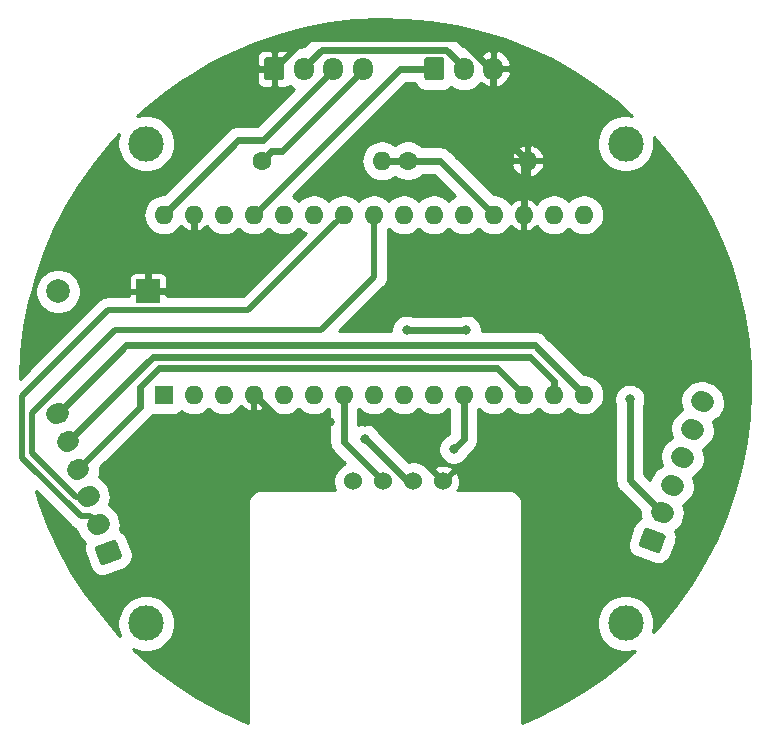
<source format=gbr>
G04 #@! TF.GenerationSoftware,KiCad,Pcbnew,(5.1.2)-2*
G04 #@! TF.CreationDate,2019-10-20T14:28:16-03:00*
G04 #@! TF.ProjectId,flight_computer,666c6967-6874-45f6-936f-6d7075746572,rev?*
G04 #@! TF.SameCoordinates,Original*
G04 #@! TF.FileFunction,Copper,L2,Bot*
G04 #@! TF.FilePolarity,Positive*
%FSLAX46Y46*%
G04 Gerber Fmt 4.6, Leading zero omitted, Abs format (unit mm)*
G04 Created by KiCad (PCBNEW (5.1.2)-2) date 2019-10-20 14:28:16*
%MOMM*%
%LPD*%
G04 APERTURE LIST*
%ADD10C,1.524000*%
%ADD11R,1.600000X1.600000*%
%ADD12O,1.600000X1.600000*%
%ADD13C,1.700000*%
%ADD14C,1.700000*%
%ADD15C,0.100000*%
%ADD16O,1.700000X1.950000*%
%ADD17C,3.000000*%
%ADD18R,2.000000X2.000000*%
%ADD19C,2.000000*%
%ADD20C,1.600000*%
%ADD21C,0.800000*%
%ADD22C,0.600000*%
%ADD23C,0.500000*%
%ADD24C,0.254000*%
G04 APERTURE END LIST*
D10*
X72120000Y-69780000D03*
X69580000Y-69780000D03*
X74660000Y-69780000D03*
X67040000Y-69780000D03*
D11*
X51000000Y-62450000D03*
D12*
X84020000Y-47210000D03*
X53540000Y-62450000D03*
X81480000Y-47210000D03*
X56080000Y-62450000D03*
X78940000Y-47210000D03*
X58620000Y-62450000D03*
X76400000Y-47210000D03*
X61160000Y-62450000D03*
X73860000Y-47210000D03*
X63700000Y-62450000D03*
X71320000Y-47210000D03*
X66240000Y-62450000D03*
X68780000Y-47210000D03*
X68780000Y-62450000D03*
X66240000Y-47210000D03*
X71320000Y-62450000D03*
X63700000Y-47210000D03*
X73860000Y-62450000D03*
X61160000Y-47210000D03*
X76400000Y-62450000D03*
X58620000Y-47210000D03*
X78940000Y-62450000D03*
X56080000Y-47210000D03*
X81480000Y-62450000D03*
X53540000Y-47210000D03*
X84020000Y-62450000D03*
X51000000Y-47210000D03*
X86560000Y-62450000D03*
X86560000Y-47210000D03*
D13*
X42024748Y-64053842D03*
D14*
X41907286Y-64096595D02*
X42142210Y-64011089D01*
D13*
X42879799Y-66403074D03*
D14*
X42762337Y-66445827D02*
X42997261Y-66360321D01*
D13*
X43734849Y-68752305D03*
D14*
X43617387Y-68795058D02*
X43852311Y-68709552D01*
D13*
X44589899Y-71101537D03*
D14*
X44472437Y-71144290D02*
X44707361Y-71058784D01*
D13*
X45444950Y-73450768D03*
D14*
X45327488Y-73493521D02*
X45562412Y-73408015D01*
D15*
G36*
X46811398Y-74740729D02*
G01*
X46835486Y-74745384D01*
X46859002Y-74752378D01*
X46881720Y-74761643D01*
X46903419Y-74773090D01*
X46923892Y-74786609D01*
X46942942Y-74802069D01*
X46960384Y-74819322D01*
X46976052Y-74838202D01*
X46989793Y-74858527D01*
X47001476Y-74880100D01*
X47010988Y-74902715D01*
X47421412Y-76030346D01*
X47428662Y-76053784D01*
X47433579Y-76077820D01*
X47436117Y-76102222D01*
X47436251Y-76126756D01*
X47433980Y-76151184D01*
X47429325Y-76175272D01*
X47422331Y-76198788D01*
X47413066Y-76221506D01*
X47401619Y-76243205D01*
X47388100Y-76263678D01*
X47372640Y-76282728D01*
X47355387Y-76300170D01*
X47336507Y-76315838D01*
X47316182Y-76329579D01*
X47294609Y-76341262D01*
X47271994Y-76350774D01*
X45909440Y-76846703D01*
X45886002Y-76853953D01*
X45861966Y-76858870D01*
X45837564Y-76861408D01*
X45813030Y-76861542D01*
X45788602Y-76859271D01*
X45764514Y-76854616D01*
X45740998Y-76847622D01*
X45718280Y-76838357D01*
X45696581Y-76826910D01*
X45676108Y-76813391D01*
X45657058Y-76797931D01*
X45639616Y-76780678D01*
X45623948Y-76761798D01*
X45610207Y-76741473D01*
X45598524Y-76719900D01*
X45589012Y-76697285D01*
X45178588Y-75569654D01*
X45171338Y-75546216D01*
X45166421Y-75522180D01*
X45163883Y-75497778D01*
X45163749Y-75473244D01*
X45166020Y-75448816D01*
X45170675Y-75424728D01*
X45177669Y-75401212D01*
X45186934Y-75378494D01*
X45198381Y-75356795D01*
X45211900Y-75336322D01*
X45227360Y-75317272D01*
X45244613Y-75299830D01*
X45263493Y-75284162D01*
X45283818Y-75270421D01*
X45305391Y-75258738D01*
X45328006Y-75249226D01*
X46690560Y-74753297D01*
X46713998Y-74746047D01*
X46738034Y-74741130D01*
X46762436Y-74738592D01*
X46786970Y-74738458D01*
X46811398Y-74740729D01*
X46811398Y-74740729D01*
G37*
D13*
X46300000Y-75800000D03*
X96615151Y-63052305D03*
D14*
X96497689Y-63009552D02*
X96732613Y-63095058D01*
D13*
X95760100Y-65401537D03*
D14*
X95642638Y-65358784D02*
X95877562Y-65444290D01*
D13*
X94905050Y-67750768D03*
D14*
X94787588Y-67708015D02*
X95022512Y-67793521D01*
D13*
X94050000Y-70100000D03*
D14*
X93932538Y-70057247D02*
X94167462Y-70142753D01*
D13*
X93194949Y-72449231D03*
D14*
X93077487Y-72406478D02*
X93312411Y-72491984D01*
D15*
G36*
X91877463Y-73737055D02*
G01*
X91901865Y-73739593D01*
X91925901Y-73744510D01*
X91949339Y-73751760D01*
X93311893Y-74247689D01*
X93334508Y-74257201D01*
X93356081Y-74268884D01*
X93376406Y-74282625D01*
X93395286Y-74298293D01*
X93412539Y-74315735D01*
X93427999Y-74334785D01*
X93441518Y-74355258D01*
X93452965Y-74376957D01*
X93462230Y-74399675D01*
X93469224Y-74423191D01*
X93473879Y-74447279D01*
X93476150Y-74471707D01*
X93476016Y-74496241D01*
X93473478Y-74520643D01*
X93468561Y-74544679D01*
X93461311Y-74568117D01*
X93050887Y-75695748D01*
X93041375Y-75718363D01*
X93029692Y-75739936D01*
X93015951Y-75760261D01*
X93000283Y-75779141D01*
X92982841Y-75796394D01*
X92963791Y-75811854D01*
X92943318Y-75825373D01*
X92921619Y-75836820D01*
X92898901Y-75846085D01*
X92875385Y-75853079D01*
X92851297Y-75857734D01*
X92826869Y-75860005D01*
X92802335Y-75859871D01*
X92777933Y-75857333D01*
X92753897Y-75852416D01*
X92730459Y-75845166D01*
X91367905Y-75349237D01*
X91345290Y-75339725D01*
X91323717Y-75328042D01*
X91303392Y-75314301D01*
X91284512Y-75298633D01*
X91267259Y-75281191D01*
X91251799Y-75262141D01*
X91238280Y-75241668D01*
X91226833Y-75219969D01*
X91217568Y-75197251D01*
X91210574Y-75173735D01*
X91205919Y-75149647D01*
X91203648Y-75125219D01*
X91203782Y-75100685D01*
X91206320Y-75076283D01*
X91211237Y-75052247D01*
X91218487Y-75028809D01*
X91628911Y-73901178D01*
X91638423Y-73878563D01*
X91650106Y-73856990D01*
X91663847Y-73836665D01*
X91679515Y-73817785D01*
X91696957Y-73800532D01*
X91716007Y-73785072D01*
X91736480Y-73771553D01*
X91758179Y-73760106D01*
X91780897Y-73750841D01*
X91804413Y-73743847D01*
X91828501Y-73739192D01*
X91852929Y-73736921D01*
X91877463Y-73737055D01*
X91877463Y-73737055D01*
G37*
D13*
X92339899Y-74798463D03*
D16*
X67850000Y-34850000D03*
X65350000Y-34850000D03*
X62850000Y-34850000D03*
D15*
G36*
X60974504Y-33876204D02*
G01*
X60998773Y-33879804D01*
X61022571Y-33885765D01*
X61045671Y-33894030D01*
X61067849Y-33904520D01*
X61088893Y-33917133D01*
X61108598Y-33931747D01*
X61126777Y-33948223D01*
X61143253Y-33966402D01*
X61157867Y-33986107D01*
X61170480Y-34007151D01*
X61180970Y-34029329D01*
X61189235Y-34052429D01*
X61195196Y-34076227D01*
X61198796Y-34100496D01*
X61200000Y-34125000D01*
X61200000Y-35575000D01*
X61198796Y-35599504D01*
X61195196Y-35623773D01*
X61189235Y-35647571D01*
X61180970Y-35670671D01*
X61170480Y-35692849D01*
X61157867Y-35713893D01*
X61143253Y-35733598D01*
X61126777Y-35751777D01*
X61108598Y-35768253D01*
X61088893Y-35782867D01*
X61067849Y-35795480D01*
X61045671Y-35805970D01*
X61022571Y-35814235D01*
X60998773Y-35820196D01*
X60974504Y-35823796D01*
X60950000Y-35825000D01*
X59750000Y-35825000D01*
X59725496Y-35823796D01*
X59701227Y-35820196D01*
X59677429Y-35814235D01*
X59654329Y-35805970D01*
X59632151Y-35795480D01*
X59611107Y-35782867D01*
X59591402Y-35768253D01*
X59573223Y-35751777D01*
X59556747Y-35733598D01*
X59542133Y-35713893D01*
X59529520Y-35692849D01*
X59519030Y-35670671D01*
X59510765Y-35647571D01*
X59504804Y-35623773D01*
X59501204Y-35599504D01*
X59500000Y-35575000D01*
X59500000Y-34125000D01*
X59501204Y-34100496D01*
X59504804Y-34076227D01*
X59510765Y-34052429D01*
X59519030Y-34029329D01*
X59529520Y-34007151D01*
X59542133Y-33986107D01*
X59556747Y-33966402D01*
X59573223Y-33948223D01*
X59591402Y-33931747D01*
X59611107Y-33917133D01*
X59632151Y-33904520D01*
X59654329Y-33894030D01*
X59677429Y-33885765D01*
X59701227Y-33879804D01*
X59725496Y-33876204D01*
X59750000Y-33875000D01*
X60950000Y-33875000D01*
X60974504Y-33876204D01*
X60974504Y-33876204D01*
G37*
D13*
X60350000Y-34850000D03*
D16*
X78900000Y-34850000D03*
X76400000Y-34850000D03*
D15*
G36*
X74524504Y-33876204D02*
G01*
X74548773Y-33879804D01*
X74572571Y-33885765D01*
X74595671Y-33894030D01*
X74617849Y-33904520D01*
X74638893Y-33917133D01*
X74658598Y-33931747D01*
X74676777Y-33948223D01*
X74693253Y-33966402D01*
X74707867Y-33986107D01*
X74720480Y-34007151D01*
X74730970Y-34029329D01*
X74739235Y-34052429D01*
X74745196Y-34076227D01*
X74748796Y-34100496D01*
X74750000Y-34125000D01*
X74750000Y-35575000D01*
X74748796Y-35599504D01*
X74745196Y-35623773D01*
X74739235Y-35647571D01*
X74730970Y-35670671D01*
X74720480Y-35692849D01*
X74707867Y-35713893D01*
X74693253Y-35733598D01*
X74676777Y-35751777D01*
X74658598Y-35768253D01*
X74638893Y-35782867D01*
X74617849Y-35795480D01*
X74595671Y-35805970D01*
X74572571Y-35814235D01*
X74548773Y-35820196D01*
X74524504Y-35823796D01*
X74500000Y-35825000D01*
X73300000Y-35825000D01*
X73275496Y-35823796D01*
X73251227Y-35820196D01*
X73227429Y-35814235D01*
X73204329Y-35805970D01*
X73182151Y-35795480D01*
X73161107Y-35782867D01*
X73141402Y-35768253D01*
X73123223Y-35751777D01*
X73106747Y-35733598D01*
X73092133Y-35713893D01*
X73079520Y-35692849D01*
X73069030Y-35670671D01*
X73060765Y-35647571D01*
X73054804Y-35623773D01*
X73051204Y-35599504D01*
X73050000Y-35575000D01*
X73050000Y-34125000D01*
X73051204Y-34100496D01*
X73054804Y-34076227D01*
X73060765Y-34052429D01*
X73069030Y-34029329D01*
X73079520Y-34007151D01*
X73092133Y-33986107D01*
X73106747Y-33966402D01*
X73123223Y-33948223D01*
X73141402Y-33931747D01*
X73161107Y-33917133D01*
X73182151Y-33904520D01*
X73204329Y-33894030D01*
X73227429Y-33885765D01*
X73251227Y-33879804D01*
X73275496Y-33876204D01*
X73300000Y-33875000D01*
X74500000Y-33875000D01*
X74524504Y-33876204D01*
X74524504Y-33876204D01*
G37*
D13*
X73900000Y-34850000D03*
D17*
X49500000Y-41200000D03*
X90100000Y-41200000D03*
X90100000Y-81800000D03*
X49500000Y-81800000D03*
D18*
X49650000Y-53700000D03*
D19*
X42050000Y-53700000D03*
D20*
X59300000Y-42650000D03*
D12*
X69460000Y-42650000D03*
X81810000Y-42650000D03*
D20*
X71650000Y-42650000D03*
D21*
X68000000Y-64800000D03*
X65100000Y-64800000D03*
X71600000Y-57000000D03*
X76600000Y-57000000D03*
X90450000Y-62850001D03*
X68050000Y-66200000D03*
X75550000Y-67050000D03*
D22*
X61248372Y-33951628D02*
X60350000Y-34850000D01*
X62925020Y-32274980D02*
X61248372Y-33951628D01*
X76071314Y-32274980D02*
X62925020Y-32274980D01*
X78646334Y-34850000D02*
X76071314Y-32274980D01*
X78900000Y-34850000D02*
X78646334Y-34850000D01*
X78900000Y-39740000D02*
X81810000Y-42650000D01*
X78900000Y-34850000D02*
X78900000Y-39740000D01*
X81480000Y-42980000D02*
X81810000Y-42650000D01*
X81480000Y-47210000D02*
X81480000Y-42980000D01*
X49650000Y-52100000D02*
X48100000Y-50550000D01*
X49650000Y-53700000D02*
X49650000Y-52100000D01*
X48100000Y-50550000D02*
X48100000Y-46300000D01*
X48100000Y-46300000D02*
X54850000Y-39550000D01*
X54850000Y-39550000D02*
X54850000Y-36250000D01*
X56250000Y-34850000D02*
X60350000Y-34850000D01*
X54850000Y-36250000D02*
X56250000Y-34850000D01*
X51250000Y-53700000D02*
X53550000Y-51400000D01*
X49650000Y-53700000D02*
X51250000Y-53700000D01*
X53540000Y-51390000D02*
X53540000Y-47210000D01*
X53550000Y-51400000D02*
X53540000Y-51390000D01*
X74660000Y-69780000D02*
X70280000Y-65400000D01*
X60970000Y-64800000D02*
X58620000Y-62450000D01*
X65100000Y-64800000D02*
X60970000Y-64800000D01*
X70280000Y-65400000D02*
X70280000Y-65380000D01*
X70280000Y-65380000D02*
X69700000Y-64800000D01*
X69700000Y-64800000D02*
X68000000Y-64800000D01*
X67850000Y-34975000D02*
X67850000Y-34850000D01*
X60974999Y-41850001D02*
X67850000Y-34975000D01*
X60099999Y-41850001D02*
X60974999Y-41850001D01*
X59300000Y-42650000D02*
X60099999Y-41850001D01*
X71600000Y-57000000D02*
X72165685Y-57000000D01*
X72165685Y-57000000D02*
X76600000Y-57000000D01*
X90450000Y-69704282D02*
X93194949Y-72449231D01*
X90450000Y-62850001D02*
X90450000Y-69704282D01*
X72120000Y-69780000D02*
X71630000Y-69780000D01*
X71630000Y-69780000D02*
X68050000Y-66200000D01*
X66240000Y-66440000D02*
X66240000Y-62450000D01*
X69580000Y-69780000D02*
X66240000Y-66440000D01*
D23*
X65440001Y-48009999D02*
X66240000Y-47210000D01*
X58149999Y-55300001D02*
X65440001Y-48009999D01*
X46249999Y-55300001D02*
X58149999Y-55300001D01*
X38999990Y-62550010D02*
X46249999Y-55300001D01*
X38999990Y-67777444D02*
X38999990Y-62550010D01*
X43971386Y-72748839D02*
X38999990Y-67777444D01*
X44743021Y-72748839D02*
X43971386Y-72748839D01*
X45444950Y-73450768D02*
X44743021Y-72748839D01*
D22*
X76250000Y-62600000D02*
X76400000Y-62450000D01*
X76400000Y-62450000D02*
X76400000Y-66200000D01*
X76400000Y-66200000D02*
X75550000Y-67050000D01*
D23*
X43526178Y-71101537D02*
X39850000Y-67425359D01*
X44589899Y-71101537D02*
X43526178Y-71101537D01*
X39850000Y-63966409D02*
X46866409Y-56950000D01*
X39850000Y-67425359D02*
X39850000Y-63966409D01*
X46866409Y-56950000D02*
X64300000Y-56950000D01*
X68780000Y-52470000D02*
X68780000Y-47210000D01*
X64300000Y-56950000D02*
X68780000Y-52470000D01*
D22*
X70980000Y-34850000D02*
X73900000Y-34850000D01*
X58620000Y-47210000D02*
X70980000Y-34850000D01*
X43734849Y-68752305D02*
X49013195Y-63473959D01*
X49013195Y-61786805D02*
X50621390Y-60178610D01*
X49013195Y-63473959D02*
X49013195Y-61786805D01*
X79208610Y-60178610D02*
X81480000Y-62450000D01*
X50621390Y-60178610D02*
X79208610Y-60178610D01*
X84020000Y-62450000D02*
X84020000Y-61253516D01*
X84020000Y-61253516D02*
X81995084Y-59228600D01*
X50054273Y-59228600D02*
X42879799Y-66403074D01*
X81995084Y-59228600D02*
X50054273Y-59228600D01*
X65350000Y-34975000D02*
X65350000Y-34850000D01*
X59425009Y-40899991D02*
X65350000Y-34975000D01*
X57310009Y-40899991D02*
X59425009Y-40899991D01*
X51000000Y-47210000D02*
X57310009Y-40899991D01*
X42024748Y-64053842D02*
X47800000Y-58278590D01*
X82388590Y-58278590D02*
X86560000Y-62450000D01*
X47800000Y-58278590D02*
X82388590Y-58278590D01*
X62850000Y-34725000D02*
X62850000Y-34850000D01*
X64350010Y-33224990D02*
X62850000Y-34725000D01*
X74899990Y-33224990D02*
X64350010Y-33224990D01*
X76400000Y-34725000D02*
X74899990Y-33224990D01*
X76400000Y-34850000D02*
X76400000Y-34725000D01*
X69460000Y-42650000D02*
X71650000Y-42650000D01*
X74380000Y-42650000D02*
X71650000Y-42650000D01*
X78940000Y-47210000D02*
X74380000Y-42650000D01*
D24*
G36*
X71425344Y-30696228D02*
G01*
X73574965Y-30890157D01*
X75705829Y-31233564D01*
X77807522Y-31724771D01*
X79869862Y-32361398D01*
X81882737Y-33140323D01*
X83836402Y-34057774D01*
X85721294Y-35109263D01*
X87528242Y-36289671D01*
X89248462Y-37593261D01*
X90674562Y-38839740D01*
X90339039Y-38773000D01*
X89860961Y-38773000D01*
X89392070Y-38866268D01*
X88950385Y-39049221D01*
X88552878Y-39314826D01*
X88214826Y-39652878D01*
X87949221Y-40050385D01*
X87766268Y-40492070D01*
X87673000Y-40960961D01*
X87673000Y-41439039D01*
X87766268Y-41907930D01*
X87949221Y-42349615D01*
X88214826Y-42747122D01*
X88552878Y-43085174D01*
X88950385Y-43350779D01*
X89392070Y-43533732D01*
X89860961Y-43627000D01*
X90339039Y-43627000D01*
X90807930Y-43533732D01*
X91249615Y-43350779D01*
X91647122Y-43085174D01*
X91985174Y-42747122D01*
X92250779Y-42349615D01*
X92433732Y-41907930D01*
X92527000Y-41439039D01*
X92527000Y-40960961D01*
X92458536Y-40616768D01*
X93807192Y-42176723D01*
X95101454Y-43903968D01*
X96272068Y-45717277D01*
X97313354Y-47607851D01*
X98220211Y-49566429D01*
X98988242Y-51583514D01*
X99613693Y-53649243D01*
X100093527Y-55753588D01*
X100425396Y-57886258D01*
X100607692Y-60036904D01*
X100639521Y-62195011D01*
X100520731Y-64350100D01*
X100251901Y-66491625D01*
X99834336Y-68609210D01*
X99270077Y-70692489D01*
X98561871Y-72731338D01*
X97713162Y-74715823D01*
X96728094Y-76636266D01*
X95611457Y-78483324D01*
X94368712Y-80247967D01*
X93005873Y-81921655D01*
X92415958Y-82550840D01*
X92433732Y-82507930D01*
X92527000Y-82039039D01*
X92527000Y-81560961D01*
X92433732Y-81092070D01*
X92250779Y-80650385D01*
X91985174Y-80252878D01*
X91647122Y-79914826D01*
X91249615Y-79649221D01*
X90807930Y-79466268D01*
X90339039Y-79373000D01*
X89860961Y-79373000D01*
X89392070Y-79466268D01*
X88950385Y-79649221D01*
X88552878Y-79914826D01*
X88214826Y-80252878D01*
X87949221Y-80650385D01*
X87766268Y-81092070D01*
X87673000Y-81560961D01*
X87673000Y-82039039D01*
X87766268Y-82507930D01*
X87949221Y-82949615D01*
X88214826Y-83347122D01*
X88552878Y-83685174D01*
X88950385Y-83950779D01*
X89392070Y-84133732D01*
X89860961Y-84227000D01*
X90339039Y-84227000D01*
X90807930Y-84133732D01*
X90869875Y-84108073D01*
X89947131Y-84963891D01*
X88266108Y-86317642D01*
X86494751Y-87550830D01*
X84641685Y-88657453D01*
X82715937Y-89632118D01*
X81300461Y-90228437D01*
X81300461Y-71639379D01*
X81305672Y-71586470D01*
X81284878Y-71375341D01*
X81223294Y-71172326D01*
X81123287Y-70985226D01*
X80988700Y-70821231D01*
X80824705Y-70686644D01*
X80637605Y-70586637D01*
X80434590Y-70525053D01*
X80276370Y-70509470D01*
X80223461Y-70504259D01*
X80170552Y-70509470D01*
X75828054Y-70509470D01*
X75865656Y-70498980D01*
X75982756Y-70249952D01*
X76049023Y-69982865D01*
X76061910Y-69707983D01*
X76020922Y-69435867D01*
X75927636Y-69176977D01*
X75865656Y-69061020D01*
X75625565Y-68994040D01*
X74839605Y-69780000D01*
X74853748Y-69794143D01*
X74674143Y-69973748D01*
X74660000Y-69959605D01*
X74645858Y-69973748D01*
X74466253Y-69794143D01*
X74480395Y-69780000D01*
X73694435Y-68994040D01*
X73630045Y-69012003D01*
X73616772Y-68979959D01*
X73506173Y-68814435D01*
X73874040Y-68814435D01*
X74660000Y-69600395D01*
X75445960Y-68814435D01*
X75378980Y-68574344D01*
X75129952Y-68457244D01*
X74862865Y-68390977D01*
X74587983Y-68378090D01*
X74315867Y-68419078D01*
X74056977Y-68512364D01*
X73941020Y-68574344D01*
X73874040Y-68814435D01*
X73506173Y-68814435D01*
X73431932Y-68703325D01*
X73196675Y-68468068D01*
X72920041Y-68283228D01*
X72612663Y-68155908D01*
X72286352Y-68091000D01*
X71953648Y-68091000D01*
X71722265Y-68137025D01*
X69274977Y-65689738D01*
X69225972Y-65571430D01*
X69080748Y-65354087D01*
X68895913Y-65169252D01*
X68678570Y-65024028D01*
X68437072Y-64923996D01*
X68180698Y-64873000D01*
X67919302Y-64873000D01*
X67662928Y-64923996D01*
X67467000Y-65005152D01*
X67467000Y-63677149D01*
X67467082Y-63677082D01*
X67510000Y-63624786D01*
X67552918Y-63677082D01*
X67815888Y-63892896D01*
X68115908Y-64053260D01*
X68441449Y-64152012D01*
X68695159Y-64177000D01*
X68864841Y-64177000D01*
X69118551Y-64152012D01*
X69444092Y-64053260D01*
X69744112Y-63892896D01*
X70007082Y-63677082D01*
X70050000Y-63624786D01*
X70092918Y-63677082D01*
X70355888Y-63892896D01*
X70655908Y-64053260D01*
X70981449Y-64152012D01*
X71235159Y-64177000D01*
X71404841Y-64177000D01*
X71658551Y-64152012D01*
X71984092Y-64053260D01*
X72284112Y-63892896D01*
X72547082Y-63677082D01*
X72590000Y-63624786D01*
X72632918Y-63677082D01*
X72895888Y-63892896D01*
X73195908Y-64053260D01*
X73521449Y-64152012D01*
X73775159Y-64177000D01*
X73944841Y-64177000D01*
X74198551Y-64152012D01*
X74524092Y-64053260D01*
X74824112Y-63892896D01*
X75087082Y-63677082D01*
X75130000Y-63624786D01*
X75172918Y-63677082D01*
X75173000Y-63677150D01*
X75173001Y-65691760D01*
X75039737Y-65825023D01*
X74921430Y-65874028D01*
X74704087Y-66019252D01*
X74519252Y-66204087D01*
X74374028Y-66421430D01*
X74273996Y-66662928D01*
X74223000Y-66919302D01*
X74223000Y-67180698D01*
X74273996Y-67437072D01*
X74374028Y-67678570D01*
X74519252Y-67895913D01*
X74704087Y-68080748D01*
X74921430Y-68225972D01*
X75162928Y-68326004D01*
X75419302Y-68377000D01*
X75680698Y-68377000D01*
X75937072Y-68326004D01*
X76178570Y-68225972D01*
X76395913Y-68080748D01*
X76580748Y-67895913D01*
X76725972Y-67678570D01*
X76774977Y-67560263D01*
X77225005Y-67110235D01*
X77271817Y-67071817D01*
X77425149Y-66884983D01*
X77539084Y-66671824D01*
X77547644Y-66643607D01*
X77609246Y-66440534D01*
X77626093Y-66269472D01*
X77627000Y-66260268D01*
X77627000Y-66260263D01*
X77632935Y-66200000D01*
X77627000Y-66139737D01*
X77627000Y-63677149D01*
X77627082Y-63677082D01*
X77670000Y-63624786D01*
X77712918Y-63677082D01*
X77975888Y-63892896D01*
X78275908Y-64053260D01*
X78601449Y-64152012D01*
X78855159Y-64177000D01*
X79024841Y-64177000D01*
X79278551Y-64152012D01*
X79604092Y-64053260D01*
X79904112Y-63892896D01*
X80167082Y-63677082D01*
X80210000Y-63624786D01*
X80252918Y-63677082D01*
X80515888Y-63892896D01*
X80815908Y-64053260D01*
X81141449Y-64152012D01*
X81395159Y-64177000D01*
X81564841Y-64177000D01*
X81818551Y-64152012D01*
X82144092Y-64053260D01*
X82444112Y-63892896D01*
X82707082Y-63677082D01*
X82750000Y-63624786D01*
X82792918Y-63677082D01*
X83055888Y-63892896D01*
X83355908Y-64053260D01*
X83681449Y-64152012D01*
X83935159Y-64177000D01*
X84104841Y-64177000D01*
X84358551Y-64152012D01*
X84684092Y-64053260D01*
X84984112Y-63892896D01*
X85247082Y-63677082D01*
X85290000Y-63624786D01*
X85332918Y-63677082D01*
X85595888Y-63892896D01*
X85895908Y-64053260D01*
X86221449Y-64152012D01*
X86475159Y-64177000D01*
X86644841Y-64177000D01*
X86898551Y-64152012D01*
X87224092Y-64053260D01*
X87524112Y-63892896D01*
X87787082Y-63677082D01*
X88002896Y-63414112D01*
X88163260Y-63114092D01*
X88262012Y-62788551D01*
X88268832Y-62719303D01*
X89123000Y-62719303D01*
X89123000Y-62980699D01*
X89173996Y-63237073D01*
X89223000Y-63355379D01*
X89223001Y-69644012D01*
X89217065Y-69704282D01*
X89240755Y-69944815D01*
X89284328Y-70088453D01*
X89310917Y-70176106D01*
X89424852Y-70389265D01*
X89474940Y-70450297D01*
X89531169Y-70518811D01*
X89578184Y-70576099D01*
X89624996Y-70614517D01*
X91304008Y-72293530D01*
X91293589Y-72484360D01*
X91343060Y-72830885D01*
X91372026Y-72913253D01*
X91364517Y-72915894D01*
X91165210Y-73033881D01*
X90992752Y-73188483D01*
X90853768Y-73373760D01*
X90753601Y-73582591D01*
X90343177Y-74710222D01*
X90285676Y-74934583D01*
X90273050Y-75165850D01*
X90305784Y-75395136D01*
X90382621Y-75613631D01*
X90500608Y-75812938D01*
X90655210Y-75985396D01*
X90840487Y-76124380D01*
X91049318Y-76224547D01*
X92411872Y-76720476D01*
X92636233Y-76777977D01*
X92867500Y-76790603D01*
X93096786Y-76757869D01*
X93315281Y-76681032D01*
X93514588Y-76563045D01*
X93687046Y-76408443D01*
X93826030Y-76223166D01*
X93926197Y-76014335D01*
X94336621Y-74886704D01*
X94394122Y-74662343D01*
X94406748Y-74431076D01*
X94374014Y-74201790D01*
X94297177Y-73983295D01*
X94293122Y-73976445D01*
X94368248Y-73931972D01*
X94628888Y-73698319D01*
X94838937Y-73418308D01*
X94990322Y-73102698D01*
X95077226Y-72763619D01*
X95096309Y-72414101D01*
X95046837Y-72067577D01*
X94936122Y-71752744D01*
X95223299Y-71582741D01*
X95483939Y-71349088D01*
X95693988Y-71069077D01*
X95845373Y-70753467D01*
X95932277Y-70414388D01*
X95951360Y-70064870D01*
X95901888Y-69718346D01*
X95791173Y-69403512D01*
X96078349Y-69233509D01*
X96338989Y-68999856D01*
X96549038Y-68719845D01*
X96700423Y-68404235D01*
X96787327Y-68065156D01*
X96806410Y-67715638D01*
X96756938Y-67369114D01*
X96646223Y-67054281D01*
X96933399Y-66884278D01*
X97194039Y-66650625D01*
X97404088Y-66370614D01*
X97555473Y-66055004D01*
X97642377Y-65715925D01*
X97661460Y-65366407D01*
X97611988Y-65019883D01*
X97501273Y-64705049D01*
X97788450Y-64535046D01*
X98049090Y-64301393D01*
X98259139Y-64021382D01*
X98410524Y-63705772D01*
X98497428Y-63366693D01*
X98516511Y-63017175D01*
X98467039Y-62670651D01*
X98350915Y-62340436D01*
X98172601Y-62039221D01*
X97938948Y-61778581D01*
X97658937Y-61568532D01*
X97422418Y-61455083D01*
X97023431Y-61309863D01*
X96769324Y-61244737D01*
X96419807Y-61225654D01*
X96073282Y-61275125D01*
X95743067Y-61391250D01*
X95441852Y-61569564D01*
X95181212Y-61803217D01*
X94971163Y-62083228D01*
X94819778Y-62398838D01*
X94732874Y-62737917D01*
X94713791Y-63087434D01*
X94763262Y-63433959D01*
X94873978Y-63748792D01*
X94586801Y-63918796D01*
X94326161Y-64152449D01*
X94116112Y-64432460D01*
X93964727Y-64748070D01*
X93877823Y-65087149D01*
X93858740Y-65436666D01*
X93908211Y-65783191D01*
X94018927Y-66098024D01*
X93731751Y-66268027D01*
X93471111Y-66501680D01*
X93261062Y-66781691D01*
X93109677Y-67097301D01*
X93022773Y-67436380D01*
X93003690Y-67785897D01*
X93053161Y-68132422D01*
X93163877Y-68447256D01*
X92876701Y-68617259D01*
X92616061Y-68850912D01*
X92406012Y-69130923D01*
X92254627Y-69446533D01*
X92187888Y-69706931D01*
X91677000Y-69196043D01*
X91677000Y-63355379D01*
X91726004Y-63237073D01*
X91777000Y-62980699D01*
X91777000Y-62719303D01*
X91726004Y-62462929D01*
X91625972Y-62221431D01*
X91480748Y-62004088D01*
X91295913Y-61819253D01*
X91078570Y-61674029D01*
X90837072Y-61573997D01*
X90580698Y-61523001D01*
X90319302Y-61523001D01*
X90062928Y-61573997D01*
X89821430Y-61674029D01*
X89604087Y-61819253D01*
X89419252Y-62004088D01*
X89274028Y-62221431D01*
X89173996Y-62462929D01*
X89123000Y-62719303D01*
X88268832Y-62719303D01*
X88295356Y-62450000D01*
X88262012Y-62111449D01*
X88163260Y-61785908D01*
X88002896Y-61485888D01*
X87787082Y-61222918D01*
X87524112Y-61007104D01*
X87224092Y-60846740D01*
X86898551Y-60747988D01*
X86644841Y-60723000D01*
X86568240Y-60723000D01*
X83298829Y-57453590D01*
X83260407Y-57406773D01*
X83073573Y-57253441D01*
X82860414Y-57139506D01*
X82629124Y-57069345D01*
X82448858Y-57051590D01*
X82448850Y-57051590D01*
X82388590Y-57045655D01*
X82328330Y-57051590D01*
X77927000Y-57051590D01*
X77927000Y-56869302D01*
X77876004Y-56612928D01*
X77775972Y-56371430D01*
X77630748Y-56154087D01*
X77445913Y-55969252D01*
X77228570Y-55824028D01*
X76987072Y-55723996D01*
X76730698Y-55673000D01*
X76469302Y-55673000D01*
X76212928Y-55723996D01*
X76094622Y-55773000D01*
X72105378Y-55773000D01*
X71987072Y-55723996D01*
X71730698Y-55673000D01*
X71469302Y-55673000D01*
X71212928Y-55723996D01*
X70971430Y-55824028D01*
X70754087Y-55969252D01*
X70569252Y-56154087D01*
X70424028Y-56371430D01*
X70323996Y-56612928D01*
X70273000Y-56869302D01*
X70273000Y-57051590D01*
X65862938Y-57051590D01*
X69571389Y-53343141D01*
X69616291Y-53306291D01*
X69732421Y-53164787D01*
X69763374Y-53127070D01*
X69781059Y-53093984D01*
X69872667Y-52922597D01*
X69939969Y-52700732D01*
X69948545Y-52613656D01*
X69962694Y-52470000D01*
X69957000Y-52412188D01*
X69957000Y-48478183D01*
X70007082Y-48437082D01*
X70050000Y-48384786D01*
X70092918Y-48437082D01*
X70355888Y-48652896D01*
X70655908Y-48813260D01*
X70981449Y-48912012D01*
X71235159Y-48937000D01*
X71404841Y-48937000D01*
X71658551Y-48912012D01*
X71984092Y-48813260D01*
X72284112Y-48652896D01*
X72547082Y-48437082D01*
X72590000Y-48384786D01*
X72632918Y-48437082D01*
X72895888Y-48652896D01*
X73195908Y-48813260D01*
X73521449Y-48912012D01*
X73775159Y-48937000D01*
X73944841Y-48937000D01*
X74198551Y-48912012D01*
X74524092Y-48813260D01*
X74824112Y-48652896D01*
X75087082Y-48437082D01*
X75130000Y-48384786D01*
X75172918Y-48437082D01*
X75435888Y-48652896D01*
X75735908Y-48813260D01*
X76061449Y-48912012D01*
X76315159Y-48937000D01*
X76484841Y-48937000D01*
X76738551Y-48912012D01*
X77064092Y-48813260D01*
X77364112Y-48652896D01*
X77627082Y-48437082D01*
X77670000Y-48384786D01*
X77712918Y-48437082D01*
X77975888Y-48652896D01*
X78275908Y-48813260D01*
X78601449Y-48912012D01*
X78855159Y-48937000D01*
X79024841Y-48937000D01*
X79278551Y-48912012D01*
X79604092Y-48813260D01*
X79904112Y-48652896D01*
X80167082Y-48437082D01*
X80382896Y-48174112D01*
X80399045Y-48143900D01*
X80516586Y-48273519D01*
X80742580Y-48441037D01*
X80996913Y-48561246D01*
X81130961Y-48601904D01*
X81353000Y-48479915D01*
X81353000Y-47337000D01*
X81333000Y-47337000D01*
X81333000Y-47083000D01*
X81353000Y-47083000D01*
X81353000Y-45940085D01*
X81607000Y-45940085D01*
X81607000Y-47083000D01*
X81627000Y-47083000D01*
X81627000Y-47337000D01*
X81607000Y-47337000D01*
X81607000Y-48479915D01*
X81829039Y-48601904D01*
X81963087Y-48561246D01*
X82217420Y-48441037D01*
X82443414Y-48273519D01*
X82560955Y-48143900D01*
X82577104Y-48174112D01*
X82792918Y-48437082D01*
X83055888Y-48652896D01*
X83355908Y-48813260D01*
X83681449Y-48912012D01*
X83935159Y-48937000D01*
X84104841Y-48937000D01*
X84358551Y-48912012D01*
X84684092Y-48813260D01*
X84984112Y-48652896D01*
X85247082Y-48437082D01*
X85290000Y-48384786D01*
X85332918Y-48437082D01*
X85595888Y-48652896D01*
X85895908Y-48813260D01*
X86221449Y-48912012D01*
X86475159Y-48937000D01*
X86644841Y-48937000D01*
X86898551Y-48912012D01*
X87224092Y-48813260D01*
X87524112Y-48652896D01*
X87787082Y-48437082D01*
X88002896Y-48174112D01*
X88163260Y-47874092D01*
X88262012Y-47548551D01*
X88295356Y-47210000D01*
X88262012Y-46871449D01*
X88163260Y-46545908D01*
X88002896Y-46245888D01*
X87787082Y-45982918D01*
X87524112Y-45767104D01*
X87224092Y-45606740D01*
X86898551Y-45507988D01*
X86644841Y-45483000D01*
X86475159Y-45483000D01*
X86221449Y-45507988D01*
X85895908Y-45606740D01*
X85595888Y-45767104D01*
X85332918Y-45982918D01*
X85290000Y-46035214D01*
X85247082Y-45982918D01*
X84984112Y-45767104D01*
X84684092Y-45606740D01*
X84358551Y-45507988D01*
X84104841Y-45483000D01*
X83935159Y-45483000D01*
X83681449Y-45507988D01*
X83355908Y-45606740D01*
X83055888Y-45767104D01*
X82792918Y-45982918D01*
X82577104Y-46245888D01*
X82560955Y-46276100D01*
X82443414Y-46146481D01*
X82217420Y-45978963D01*
X81963087Y-45858754D01*
X81829039Y-45818096D01*
X81607000Y-45940085D01*
X81353000Y-45940085D01*
X81130961Y-45818096D01*
X80996913Y-45858754D01*
X80742580Y-45978963D01*
X80516586Y-46146481D01*
X80399045Y-46276100D01*
X80382896Y-46245888D01*
X80167082Y-45982918D01*
X79904112Y-45767104D01*
X79604092Y-45606740D01*
X79278551Y-45507988D01*
X79024841Y-45483000D01*
X78948240Y-45483000D01*
X76464279Y-42999039D01*
X80418096Y-42999039D01*
X80458754Y-43133087D01*
X80578963Y-43387420D01*
X80746481Y-43613414D01*
X80954869Y-43802385D01*
X81196119Y-43947070D01*
X81460960Y-44041909D01*
X81683000Y-43920624D01*
X81683000Y-42777000D01*
X81937000Y-42777000D01*
X81937000Y-43920624D01*
X82159040Y-44041909D01*
X82423881Y-43947070D01*
X82665131Y-43802385D01*
X82873519Y-43613414D01*
X83041037Y-43387420D01*
X83161246Y-43133087D01*
X83201904Y-42999039D01*
X83079915Y-42777000D01*
X81937000Y-42777000D01*
X81683000Y-42777000D01*
X80540085Y-42777000D01*
X80418096Y-42999039D01*
X76464279Y-42999039D01*
X75766201Y-42300961D01*
X80418096Y-42300961D01*
X80540085Y-42523000D01*
X81683000Y-42523000D01*
X81683000Y-41379376D01*
X81937000Y-41379376D01*
X81937000Y-42523000D01*
X83079915Y-42523000D01*
X83201904Y-42300961D01*
X83161246Y-42166913D01*
X83041037Y-41912580D01*
X82873519Y-41686586D01*
X82665131Y-41497615D01*
X82423881Y-41352930D01*
X82159040Y-41258091D01*
X81937000Y-41379376D01*
X81683000Y-41379376D01*
X81460960Y-41258091D01*
X81196119Y-41352930D01*
X80954869Y-41497615D01*
X80746481Y-41686586D01*
X80578963Y-41912580D01*
X80458754Y-42166913D01*
X80418096Y-42300961D01*
X75766201Y-42300961D01*
X75290239Y-41825000D01*
X75251817Y-41778183D01*
X75064983Y-41624851D01*
X74851824Y-41510916D01*
X74620534Y-41440755D01*
X74440268Y-41423000D01*
X74440260Y-41423000D01*
X74380000Y-41417065D01*
X74319740Y-41423000D01*
X72865346Y-41423000D01*
X72750898Y-41308552D01*
X72468041Y-41119553D01*
X72153747Y-40989368D01*
X71820095Y-40923000D01*
X71479905Y-40923000D01*
X71146253Y-40989368D01*
X70831959Y-41119553D01*
X70549102Y-41308552D01*
X70548482Y-41309172D01*
X70424112Y-41207104D01*
X70124092Y-41046740D01*
X69798551Y-40947988D01*
X69544841Y-40923000D01*
X69375159Y-40923000D01*
X69121449Y-40947988D01*
X68795908Y-41046740D01*
X68495888Y-41207104D01*
X68232918Y-41422918D01*
X68017104Y-41685888D01*
X67856740Y-41985908D01*
X67757988Y-42311449D01*
X67724644Y-42650000D01*
X67757988Y-42988551D01*
X67856740Y-43314092D01*
X68017104Y-43614112D01*
X68232918Y-43877082D01*
X68495888Y-44092896D01*
X68795908Y-44253260D01*
X69121449Y-44352012D01*
X69375159Y-44377000D01*
X69544841Y-44377000D01*
X69798551Y-44352012D01*
X70124092Y-44253260D01*
X70424112Y-44092896D01*
X70548482Y-43990828D01*
X70549102Y-43991448D01*
X70831959Y-44180447D01*
X71146253Y-44310632D01*
X71479905Y-44377000D01*
X71820095Y-44377000D01*
X72153747Y-44310632D01*
X72468041Y-44180447D01*
X72750898Y-43991448D01*
X72865346Y-43877000D01*
X73871761Y-43877000D01*
X75648318Y-45653558D01*
X75435888Y-45767104D01*
X75172918Y-45982918D01*
X75130000Y-46035214D01*
X75087082Y-45982918D01*
X74824112Y-45767104D01*
X74524092Y-45606740D01*
X74198551Y-45507988D01*
X73944841Y-45483000D01*
X73775159Y-45483000D01*
X73521449Y-45507988D01*
X73195908Y-45606740D01*
X72895888Y-45767104D01*
X72632918Y-45982918D01*
X72590000Y-46035214D01*
X72547082Y-45982918D01*
X72284112Y-45767104D01*
X71984092Y-45606740D01*
X71658551Y-45507988D01*
X71404841Y-45483000D01*
X71235159Y-45483000D01*
X70981449Y-45507988D01*
X70655908Y-45606740D01*
X70355888Y-45767104D01*
X70092918Y-45982918D01*
X70050000Y-46035214D01*
X70007082Y-45982918D01*
X69744112Y-45767104D01*
X69444092Y-45606740D01*
X69118551Y-45507988D01*
X68864841Y-45483000D01*
X68695159Y-45483000D01*
X68441449Y-45507988D01*
X68115908Y-45606740D01*
X67815888Y-45767104D01*
X67552918Y-45982918D01*
X67510000Y-46035214D01*
X67467082Y-45982918D01*
X67204112Y-45767104D01*
X66904092Y-45606740D01*
X66578551Y-45507988D01*
X66324841Y-45483000D01*
X66155159Y-45483000D01*
X65901449Y-45507988D01*
X65575908Y-45606740D01*
X65275888Y-45767104D01*
X65012918Y-45982918D01*
X64970000Y-46035214D01*
X64927082Y-45982918D01*
X64664112Y-45767104D01*
X64364092Y-45606740D01*
X64038551Y-45507988D01*
X63784841Y-45483000D01*
X63615159Y-45483000D01*
X63361449Y-45507988D01*
X63035908Y-45606740D01*
X62735888Y-45767104D01*
X62472918Y-45982918D01*
X62430000Y-46035214D01*
X62387082Y-45982918D01*
X62124112Y-45767104D01*
X61911682Y-45653558D01*
X71488240Y-36077000D01*
X72235103Y-36077000D01*
X72317631Y-36231398D01*
X72464564Y-36410436D01*
X72643602Y-36557369D01*
X72847865Y-36666550D01*
X73069504Y-36733783D01*
X73300000Y-36756485D01*
X74500000Y-36756485D01*
X74730496Y-36733783D01*
X74952135Y-36666550D01*
X75156398Y-36557369D01*
X75335436Y-36410436D01*
X75340486Y-36404283D01*
X75407976Y-36459670D01*
X75716682Y-36624677D01*
X76051648Y-36726288D01*
X76400000Y-36760598D01*
X76748353Y-36726288D01*
X77083319Y-36624677D01*
X77392025Y-36459670D01*
X77662608Y-36237608D01*
X77845361Y-36014923D01*
X78028807Y-36177496D01*
X78280142Y-36324352D01*
X78543110Y-36416476D01*
X78773000Y-36295155D01*
X78773000Y-34977000D01*
X79027000Y-34977000D01*
X79027000Y-36295155D01*
X79256890Y-36416476D01*
X79519858Y-36324352D01*
X79771193Y-36177496D01*
X79989049Y-35984429D01*
X80165053Y-35752570D01*
X80292442Y-35490830D01*
X80366320Y-35209267D01*
X80226165Y-34977000D01*
X79027000Y-34977000D01*
X78773000Y-34977000D01*
X78753000Y-34977000D01*
X78753000Y-34723000D01*
X78773000Y-34723000D01*
X78773000Y-33404845D01*
X79027000Y-33404845D01*
X79027000Y-34723000D01*
X80226165Y-34723000D01*
X80366320Y-34490733D01*
X80292442Y-34209170D01*
X80165053Y-33947430D01*
X79989049Y-33715571D01*
X79771193Y-33522504D01*
X79519858Y-33375648D01*
X79256890Y-33283524D01*
X79027000Y-33404845D01*
X78773000Y-33404845D01*
X78543110Y-33283524D01*
X78280142Y-33375648D01*
X78028807Y-33522504D01*
X77845361Y-33685077D01*
X77662608Y-33462392D01*
X77392024Y-33240330D01*
X77083318Y-33075323D01*
X76748352Y-32973712D01*
X76400000Y-32939402D01*
X76354157Y-32943917D01*
X75810229Y-32399990D01*
X75771807Y-32353173D01*
X75584973Y-32199841D01*
X75371814Y-32085906D01*
X75140524Y-32015745D01*
X74960258Y-31997990D01*
X74960250Y-31997990D01*
X74899990Y-31992055D01*
X74839730Y-31997990D01*
X64410269Y-31997990D01*
X64350009Y-31992055D01*
X64289749Y-31997990D01*
X64289742Y-31997990D01*
X64133250Y-32013403D01*
X64109475Y-32015745D01*
X64043957Y-32035620D01*
X63878186Y-32085906D01*
X63665027Y-32199841D01*
X63478193Y-32353173D01*
X63439775Y-32399985D01*
X62895843Y-32943917D01*
X62850000Y-32939402D01*
X62501647Y-32973712D01*
X62166681Y-33075323D01*
X61857975Y-33240330D01*
X61642792Y-33416927D01*
X61554494Y-33344463D01*
X61444180Y-33285498D01*
X61324482Y-33249188D01*
X61200000Y-33236928D01*
X60635750Y-33240000D01*
X60477000Y-33398750D01*
X60477000Y-34723000D01*
X60497000Y-34723000D01*
X60497000Y-34977000D01*
X60477000Y-34977000D01*
X60477000Y-36301250D01*
X60635750Y-36460000D01*
X61200000Y-36463072D01*
X61324482Y-36450812D01*
X61444180Y-36414502D01*
X61554494Y-36355537D01*
X61642792Y-36283073D01*
X61857976Y-36459670D01*
X62035306Y-36554455D01*
X58916770Y-39672991D01*
X57370268Y-39672991D01*
X57310008Y-39667056D01*
X57249748Y-39672991D01*
X57249741Y-39672991D01*
X57069475Y-39690746D01*
X56838185Y-39760907D01*
X56625026Y-39874842D01*
X56438192Y-40028174D01*
X56399774Y-40074986D01*
X50991761Y-45483000D01*
X50915159Y-45483000D01*
X50661449Y-45507988D01*
X50335908Y-45606740D01*
X50035888Y-45767104D01*
X49772918Y-45982918D01*
X49557104Y-46245888D01*
X49396740Y-46545908D01*
X49297988Y-46871449D01*
X49264644Y-47210000D01*
X49297988Y-47548551D01*
X49396740Y-47874092D01*
X49557104Y-48174112D01*
X49772918Y-48437082D01*
X50035888Y-48652896D01*
X50335908Y-48813260D01*
X50661449Y-48912012D01*
X50915159Y-48937000D01*
X51084841Y-48937000D01*
X51338551Y-48912012D01*
X51664092Y-48813260D01*
X51964112Y-48652896D01*
X52227082Y-48437082D01*
X52442896Y-48174112D01*
X52459045Y-48143900D01*
X52576586Y-48273519D01*
X52802580Y-48441037D01*
X53056913Y-48561246D01*
X53190961Y-48601904D01*
X53413000Y-48479915D01*
X53413000Y-47337000D01*
X53393000Y-47337000D01*
X53393000Y-47083000D01*
X53413000Y-47083000D01*
X53413000Y-47063000D01*
X53667000Y-47063000D01*
X53667000Y-47083000D01*
X53687000Y-47083000D01*
X53687000Y-47337000D01*
X53667000Y-47337000D01*
X53667000Y-48479915D01*
X53889039Y-48601904D01*
X54023087Y-48561246D01*
X54277420Y-48441037D01*
X54503414Y-48273519D01*
X54620955Y-48143900D01*
X54637104Y-48174112D01*
X54852918Y-48437082D01*
X55115888Y-48652896D01*
X55415908Y-48813260D01*
X55741449Y-48912012D01*
X55995159Y-48937000D01*
X56164841Y-48937000D01*
X56418551Y-48912012D01*
X56744092Y-48813260D01*
X57044112Y-48652896D01*
X57307082Y-48437082D01*
X57350000Y-48384786D01*
X57392918Y-48437082D01*
X57655888Y-48652896D01*
X57955908Y-48813260D01*
X58281449Y-48912012D01*
X58535159Y-48937000D01*
X58704841Y-48937000D01*
X58958551Y-48912012D01*
X59284092Y-48813260D01*
X59584112Y-48652896D01*
X59847082Y-48437082D01*
X59890000Y-48384786D01*
X59932918Y-48437082D01*
X60195888Y-48652896D01*
X60495908Y-48813260D01*
X60821449Y-48912012D01*
X61075159Y-48937000D01*
X61244841Y-48937000D01*
X61498551Y-48912012D01*
X61824092Y-48813260D01*
X62124112Y-48652896D01*
X62387082Y-48437082D01*
X62430000Y-48384786D01*
X62472918Y-48437082D01*
X62735888Y-48652896D01*
X62994398Y-48791072D01*
X57662471Y-54123001D01*
X51285590Y-54123001D01*
X51285000Y-53985750D01*
X51126250Y-53827000D01*
X49777000Y-53827000D01*
X49777000Y-53847000D01*
X49523000Y-53847000D01*
X49523000Y-53827000D01*
X48173750Y-53827000D01*
X48015000Y-53985750D01*
X48014410Y-54123001D01*
X46307810Y-54123001D01*
X46249998Y-54117307D01*
X46094340Y-54132638D01*
X46019267Y-54140032D01*
X45797402Y-54207334D01*
X45592929Y-54316627D01*
X45413708Y-54463710D01*
X45376855Y-54508616D01*
X38809286Y-61076186D01*
X38807401Y-60948393D01*
X38926192Y-58793303D01*
X39195021Y-56651779D01*
X39612586Y-54534194D01*
X39889934Y-53510207D01*
X40123000Y-53510207D01*
X40123000Y-53889793D01*
X40197053Y-54262085D01*
X40342315Y-54612777D01*
X40553201Y-54928391D01*
X40821609Y-55196799D01*
X41137223Y-55407685D01*
X41487915Y-55552947D01*
X41860207Y-55627000D01*
X42239793Y-55627000D01*
X42612085Y-55552947D01*
X42962777Y-55407685D01*
X43278391Y-55196799D01*
X43546799Y-54928391D01*
X43757685Y-54612777D01*
X43902947Y-54262085D01*
X43977000Y-53889793D01*
X43977000Y-53510207D01*
X43902947Y-53137915D01*
X43757685Y-52787223D01*
X43699405Y-52700000D01*
X48011928Y-52700000D01*
X48015000Y-53414250D01*
X48173750Y-53573000D01*
X49523000Y-53573000D01*
X49523000Y-52223750D01*
X49777000Y-52223750D01*
X49777000Y-53573000D01*
X51126250Y-53573000D01*
X51285000Y-53414250D01*
X51288072Y-52700000D01*
X51275812Y-52575518D01*
X51239502Y-52455820D01*
X51180537Y-52345506D01*
X51101185Y-52248815D01*
X51004494Y-52169463D01*
X50894180Y-52110498D01*
X50774482Y-52074188D01*
X50650000Y-52061928D01*
X49935750Y-52065000D01*
X49777000Y-52223750D01*
X49523000Y-52223750D01*
X49364250Y-52065000D01*
X48650000Y-52061928D01*
X48525518Y-52074188D01*
X48405820Y-52110498D01*
X48295506Y-52169463D01*
X48198815Y-52248815D01*
X48119463Y-52345506D01*
X48060498Y-52455820D01*
X48024188Y-52575518D01*
X48011928Y-52700000D01*
X43699405Y-52700000D01*
X43546799Y-52471609D01*
X43278391Y-52203201D01*
X42962777Y-51992315D01*
X42612085Y-51847053D01*
X42239793Y-51773000D01*
X41860207Y-51773000D01*
X41487915Y-51847053D01*
X41137223Y-51992315D01*
X40821609Y-52203201D01*
X40553201Y-52471609D01*
X40342315Y-52787223D01*
X40197053Y-53137915D01*
X40123000Y-53510207D01*
X39889934Y-53510207D01*
X40176846Y-52450910D01*
X40885049Y-50412074D01*
X41733760Y-48427581D01*
X42718828Y-46507138D01*
X43835461Y-44660086D01*
X45078210Y-42895436D01*
X46441035Y-41221764D01*
X47198782Y-40413575D01*
X47166268Y-40492070D01*
X47073000Y-40960961D01*
X47073000Y-41439039D01*
X47166268Y-41907930D01*
X47349221Y-42349615D01*
X47614826Y-42747122D01*
X47952878Y-43085174D01*
X48350385Y-43350779D01*
X48792070Y-43533732D01*
X49260961Y-43627000D01*
X49739039Y-43627000D01*
X50207930Y-43533732D01*
X50649615Y-43350779D01*
X51047122Y-43085174D01*
X51385174Y-42747122D01*
X51650779Y-42349615D01*
X51833732Y-41907930D01*
X51927000Y-41439039D01*
X51927000Y-40960961D01*
X51833732Y-40492070D01*
X51650779Y-40050385D01*
X51385174Y-39652878D01*
X51047122Y-39314826D01*
X50649615Y-39049221D01*
X50207930Y-38866268D01*
X49739039Y-38773000D01*
X49260961Y-38773000D01*
X48792070Y-38866268D01*
X48732908Y-38890774D01*
X49499791Y-38179513D01*
X51180808Y-36825767D01*
X52618313Y-35825000D01*
X58861928Y-35825000D01*
X58874188Y-35949482D01*
X58910498Y-36069180D01*
X58969463Y-36179494D01*
X59048815Y-36276185D01*
X59145506Y-36355537D01*
X59255820Y-36414502D01*
X59375518Y-36450812D01*
X59500000Y-36463072D01*
X60064250Y-36460000D01*
X60223000Y-36301250D01*
X60223000Y-34977000D01*
X59023750Y-34977000D01*
X58865000Y-35135750D01*
X58861928Y-35825000D01*
X52618313Y-35825000D01*
X52952175Y-35592571D01*
X54805236Y-34485951D01*
X56012357Y-33875000D01*
X58861928Y-33875000D01*
X58865000Y-34564250D01*
X59023750Y-34723000D01*
X60223000Y-34723000D01*
X60223000Y-33398750D01*
X60064250Y-33240000D01*
X59500000Y-33236928D01*
X59375518Y-33249188D01*
X59255820Y-33285498D01*
X59145506Y-33344463D01*
X59048815Y-33423815D01*
X58969463Y-33520506D01*
X58910498Y-33630820D01*
X58874188Y-33750518D01*
X58861928Y-33875000D01*
X56012357Y-33875000D01*
X56730974Y-33511292D01*
X58720040Y-32673327D01*
X60762688Y-31976164D01*
X62848978Y-31423189D01*
X64968796Y-31017087D01*
X67111738Y-30759850D01*
X69267448Y-30652721D01*
X71425344Y-30696228D01*
X71425344Y-30696228D01*
G37*
X71425344Y-30696228D02*
X73574965Y-30890157D01*
X75705829Y-31233564D01*
X77807522Y-31724771D01*
X79869862Y-32361398D01*
X81882737Y-33140323D01*
X83836402Y-34057774D01*
X85721294Y-35109263D01*
X87528242Y-36289671D01*
X89248462Y-37593261D01*
X90674562Y-38839740D01*
X90339039Y-38773000D01*
X89860961Y-38773000D01*
X89392070Y-38866268D01*
X88950385Y-39049221D01*
X88552878Y-39314826D01*
X88214826Y-39652878D01*
X87949221Y-40050385D01*
X87766268Y-40492070D01*
X87673000Y-40960961D01*
X87673000Y-41439039D01*
X87766268Y-41907930D01*
X87949221Y-42349615D01*
X88214826Y-42747122D01*
X88552878Y-43085174D01*
X88950385Y-43350779D01*
X89392070Y-43533732D01*
X89860961Y-43627000D01*
X90339039Y-43627000D01*
X90807930Y-43533732D01*
X91249615Y-43350779D01*
X91647122Y-43085174D01*
X91985174Y-42747122D01*
X92250779Y-42349615D01*
X92433732Y-41907930D01*
X92527000Y-41439039D01*
X92527000Y-40960961D01*
X92458536Y-40616768D01*
X93807192Y-42176723D01*
X95101454Y-43903968D01*
X96272068Y-45717277D01*
X97313354Y-47607851D01*
X98220211Y-49566429D01*
X98988242Y-51583514D01*
X99613693Y-53649243D01*
X100093527Y-55753588D01*
X100425396Y-57886258D01*
X100607692Y-60036904D01*
X100639521Y-62195011D01*
X100520731Y-64350100D01*
X100251901Y-66491625D01*
X99834336Y-68609210D01*
X99270077Y-70692489D01*
X98561871Y-72731338D01*
X97713162Y-74715823D01*
X96728094Y-76636266D01*
X95611457Y-78483324D01*
X94368712Y-80247967D01*
X93005873Y-81921655D01*
X92415958Y-82550840D01*
X92433732Y-82507930D01*
X92527000Y-82039039D01*
X92527000Y-81560961D01*
X92433732Y-81092070D01*
X92250779Y-80650385D01*
X91985174Y-80252878D01*
X91647122Y-79914826D01*
X91249615Y-79649221D01*
X90807930Y-79466268D01*
X90339039Y-79373000D01*
X89860961Y-79373000D01*
X89392070Y-79466268D01*
X88950385Y-79649221D01*
X88552878Y-79914826D01*
X88214826Y-80252878D01*
X87949221Y-80650385D01*
X87766268Y-81092070D01*
X87673000Y-81560961D01*
X87673000Y-82039039D01*
X87766268Y-82507930D01*
X87949221Y-82949615D01*
X88214826Y-83347122D01*
X88552878Y-83685174D01*
X88950385Y-83950779D01*
X89392070Y-84133732D01*
X89860961Y-84227000D01*
X90339039Y-84227000D01*
X90807930Y-84133732D01*
X90869875Y-84108073D01*
X89947131Y-84963891D01*
X88266108Y-86317642D01*
X86494751Y-87550830D01*
X84641685Y-88657453D01*
X82715937Y-89632118D01*
X81300461Y-90228437D01*
X81300461Y-71639379D01*
X81305672Y-71586470D01*
X81284878Y-71375341D01*
X81223294Y-71172326D01*
X81123287Y-70985226D01*
X80988700Y-70821231D01*
X80824705Y-70686644D01*
X80637605Y-70586637D01*
X80434590Y-70525053D01*
X80276370Y-70509470D01*
X80223461Y-70504259D01*
X80170552Y-70509470D01*
X75828054Y-70509470D01*
X75865656Y-70498980D01*
X75982756Y-70249952D01*
X76049023Y-69982865D01*
X76061910Y-69707983D01*
X76020922Y-69435867D01*
X75927636Y-69176977D01*
X75865656Y-69061020D01*
X75625565Y-68994040D01*
X74839605Y-69780000D01*
X74853748Y-69794143D01*
X74674143Y-69973748D01*
X74660000Y-69959605D01*
X74645858Y-69973748D01*
X74466253Y-69794143D01*
X74480395Y-69780000D01*
X73694435Y-68994040D01*
X73630045Y-69012003D01*
X73616772Y-68979959D01*
X73506173Y-68814435D01*
X73874040Y-68814435D01*
X74660000Y-69600395D01*
X75445960Y-68814435D01*
X75378980Y-68574344D01*
X75129952Y-68457244D01*
X74862865Y-68390977D01*
X74587983Y-68378090D01*
X74315867Y-68419078D01*
X74056977Y-68512364D01*
X73941020Y-68574344D01*
X73874040Y-68814435D01*
X73506173Y-68814435D01*
X73431932Y-68703325D01*
X73196675Y-68468068D01*
X72920041Y-68283228D01*
X72612663Y-68155908D01*
X72286352Y-68091000D01*
X71953648Y-68091000D01*
X71722265Y-68137025D01*
X69274977Y-65689738D01*
X69225972Y-65571430D01*
X69080748Y-65354087D01*
X68895913Y-65169252D01*
X68678570Y-65024028D01*
X68437072Y-64923996D01*
X68180698Y-64873000D01*
X67919302Y-64873000D01*
X67662928Y-64923996D01*
X67467000Y-65005152D01*
X67467000Y-63677149D01*
X67467082Y-63677082D01*
X67510000Y-63624786D01*
X67552918Y-63677082D01*
X67815888Y-63892896D01*
X68115908Y-64053260D01*
X68441449Y-64152012D01*
X68695159Y-64177000D01*
X68864841Y-64177000D01*
X69118551Y-64152012D01*
X69444092Y-64053260D01*
X69744112Y-63892896D01*
X70007082Y-63677082D01*
X70050000Y-63624786D01*
X70092918Y-63677082D01*
X70355888Y-63892896D01*
X70655908Y-64053260D01*
X70981449Y-64152012D01*
X71235159Y-64177000D01*
X71404841Y-64177000D01*
X71658551Y-64152012D01*
X71984092Y-64053260D01*
X72284112Y-63892896D01*
X72547082Y-63677082D01*
X72590000Y-63624786D01*
X72632918Y-63677082D01*
X72895888Y-63892896D01*
X73195908Y-64053260D01*
X73521449Y-64152012D01*
X73775159Y-64177000D01*
X73944841Y-64177000D01*
X74198551Y-64152012D01*
X74524092Y-64053260D01*
X74824112Y-63892896D01*
X75087082Y-63677082D01*
X75130000Y-63624786D01*
X75172918Y-63677082D01*
X75173000Y-63677150D01*
X75173001Y-65691760D01*
X75039737Y-65825023D01*
X74921430Y-65874028D01*
X74704087Y-66019252D01*
X74519252Y-66204087D01*
X74374028Y-66421430D01*
X74273996Y-66662928D01*
X74223000Y-66919302D01*
X74223000Y-67180698D01*
X74273996Y-67437072D01*
X74374028Y-67678570D01*
X74519252Y-67895913D01*
X74704087Y-68080748D01*
X74921430Y-68225972D01*
X75162928Y-68326004D01*
X75419302Y-68377000D01*
X75680698Y-68377000D01*
X75937072Y-68326004D01*
X76178570Y-68225972D01*
X76395913Y-68080748D01*
X76580748Y-67895913D01*
X76725972Y-67678570D01*
X76774977Y-67560263D01*
X77225005Y-67110235D01*
X77271817Y-67071817D01*
X77425149Y-66884983D01*
X77539084Y-66671824D01*
X77547644Y-66643607D01*
X77609246Y-66440534D01*
X77626093Y-66269472D01*
X77627000Y-66260268D01*
X77627000Y-66260263D01*
X77632935Y-66200000D01*
X77627000Y-66139737D01*
X77627000Y-63677149D01*
X77627082Y-63677082D01*
X77670000Y-63624786D01*
X77712918Y-63677082D01*
X77975888Y-63892896D01*
X78275908Y-64053260D01*
X78601449Y-64152012D01*
X78855159Y-64177000D01*
X79024841Y-64177000D01*
X79278551Y-64152012D01*
X79604092Y-64053260D01*
X79904112Y-63892896D01*
X80167082Y-63677082D01*
X80210000Y-63624786D01*
X80252918Y-63677082D01*
X80515888Y-63892896D01*
X80815908Y-64053260D01*
X81141449Y-64152012D01*
X81395159Y-64177000D01*
X81564841Y-64177000D01*
X81818551Y-64152012D01*
X82144092Y-64053260D01*
X82444112Y-63892896D01*
X82707082Y-63677082D01*
X82750000Y-63624786D01*
X82792918Y-63677082D01*
X83055888Y-63892896D01*
X83355908Y-64053260D01*
X83681449Y-64152012D01*
X83935159Y-64177000D01*
X84104841Y-64177000D01*
X84358551Y-64152012D01*
X84684092Y-64053260D01*
X84984112Y-63892896D01*
X85247082Y-63677082D01*
X85290000Y-63624786D01*
X85332918Y-63677082D01*
X85595888Y-63892896D01*
X85895908Y-64053260D01*
X86221449Y-64152012D01*
X86475159Y-64177000D01*
X86644841Y-64177000D01*
X86898551Y-64152012D01*
X87224092Y-64053260D01*
X87524112Y-63892896D01*
X87787082Y-63677082D01*
X88002896Y-63414112D01*
X88163260Y-63114092D01*
X88262012Y-62788551D01*
X88268832Y-62719303D01*
X89123000Y-62719303D01*
X89123000Y-62980699D01*
X89173996Y-63237073D01*
X89223000Y-63355379D01*
X89223001Y-69644012D01*
X89217065Y-69704282D01*
X89240755Y-69944815D01*
X89284328Y-70088453D01*
X89310917Y-70176106D01*
X89424852Y-70389265D01*
X89474940Y-70450297D01*
X89531169Y-70518811D01*
X89578184Y-70576099D01*
X89624996Y-70614517D01*
X91304008Y-72293530D01*
X91293589Y-72484360D01*
X91343060Y-72830885D01*
X91372026Y-72913253D01*
X91364517Y-72915894D01*
X91165210Y-73033881D01*
X90992752Y-73188483D01*
X90853768Y-73373760D01*
X90753601Y-73582591D01*
X90343177Y-74710222D01*
X90285676Y-74934583D01*
X90273050Y-75165850D01*
X90305784Y-75395136D01*
X90382621Y-75613631D01*
X90500608Y-75812938D01*
X90655210Y-75985396D01*
X90840487Y-76124380D01*
X91049318Y-76224547D01*
X92411872Y-76720476D01*
X92636233Y-76777977D01*
X92867500Y-76790603D01*
X93096786Y-76757869D01*
X93315281Y-76681032D01*
X93514588Y-76563045D01*
X93687046Y-76408443D01*
X93826030Y-76223166D01*
X93926197Y-76014335D01*
X94336621Y-74886704D01*
X94394122Y-74662343D01*
X94406748Y-74431076D01*
X94374014Y-74201790D01*
X94297177Y-73983295D01*
X94293122Y-73976445D01*
X94368248Y-73931972D01*
X94628888Y-73698319D01*
X94838937Y-73418308D01*
X94990322Y-73102698D01*
X95077226Y-72763619D01*
X95096309Y-72414101D01*
X95046837Y-72067577D01*
X94936122Y-71752744D01*
X95223299Y-71582741D01*
X95483939Y-71349088D01*
X95693988Y-71069077D01*
X95845373Y-70753467D01*
X95932277Y-70414388D01*
X95951360Y-70064870D01*
X95901888Y-69718346D01*
X95791173Y-69403512D01*
X96078349Y-69233509D01*
X96338989Y-68999856D01*
X96549038Y-68719845D01*
X96700423Y-68404235D01*
X96787327Y-68065156D01*
X96806410Y-67715638D01*
X96756938Y-67369114D01*
X96646223Y-67054281D01*
X96933399Y-66884278D01*
X97194039Y-66650625D01*
X97404088Y-66370614D01*
X97555473Y-66055004D01*
X97642377Y-65715925D01*
X97661460Y-65366407D01*
X97611988Y-65019883D01*
X97501273Y-64705049D01*
X97788450Y-64535046D01*
X98049090Y-64301393D01*
X98259139Y-64021382D01*
X98410524Y-63705772D01*
X98497428Y-63366693D01*
X98516511Y-63017175D01*
X98467039Y-62670651D01*
X98350915Y-62340436D01*
X98172601Y-62039221D01*
X97938948Y-61778581D01*
X97658937Y-61568532D01*
X97422418Y-61455083D01*
X97023431Y-61309863D01*
X96769324Y-61244737D01*
X96419807Y-61225654D01*
X96073282Y-61275125D01*
X95743067Y-61391250D01*
X95441852Y-61569564D01*
X95181212Y-61803217D01*
X94971163Y-62083228D01*
X94819778Y-62398838D01*
X94732874Y-62737917D01*
X94713791Y-63087434D01*
X94763262Y-63433959D01*
X94873978Y-63748792D01*
X94586801Y-63918796D01*
X94326161Y-64152449D01*
X94116112Y-64432460D01*
X93964727Y-64748070D01*
X93877823Y-65087149D01*
X93858740Y-65436666D01*
X93908211Y-65783191D01*
X94018927Y-66098024D01*
X93731751Y-66268027D01*
X93471111Y-66501680D01*
X93261062Y-66781691D01*
X93109677Y-67097301D01*
X93022773Y-67436380D01*
X93003690Y-67785897D01*
X93053161Y-68132422D01*
X93163877Y-68447256D01*
X92876701Y-68617259D01*
X92616061Y-68850912D01*
X92406012Y-69130923D01*
X92254627Y-69446533D01*
X92187888Y-69706931D01*
X91677000Y-69196043D01*
X91677000Y-63355379D01*
X91726004Y-63237073D01*
X91777000Y-62980699D01*
X91777000Y-62719303D01*
X91726004Y-62462929D01*
X91625972Y-62221431D01*
X91480748Y-62004088D01*
X91295913Y-61819253D01*
X91078570Y-61674029D01*
X90837072Y-61573997D01*
X90580698Y-61523001D01*
X90319302Y-61523001D01*
X90062928Y-61573997D01*
X89821430Y-61674029D01*
X89604087Y-61819253D01*
X89419252Y-62004088D01*
X89274028Y-62221431D01*
X89173996Y-62462929D01*
X89123000Y-62719303D01*
X88268832Y-62719303D01*
X88295356Y-62450000D01*
X88262012Y-62111449D01*
X88163260Y-61785908D01*
X88002896Y-61485888D01*
X87787082Y-61222918D01*
X87524112Y-61007104D01*
X87224092Y-60846740D01*
X86898551Y-60747988D01*
X86644841Y-60723000D01*
X86568240Y-60723000D01*
X83298829Y-57453590D01*
X83260407Y-57406773D01*
X83073573Y-57253441D01*
X82860414Y-57139506D01*
X82629124Y-57069345D01*
X82448858Y-57051590D01*
X82448850Y-57051590D01*
X82388590Y-57045655D01*
X82328330Y-57051590D01*
X77927000Y-57051590D01*
X77927000Y-56869302D01*
X77876004Y-56612928D01*
X77775972Y-56371430D01*
X77630748Y-56154087D01*
X77445913Y-55969252D01*
X77228570Y-55824028D01*
X76987072Y-55723996D01*
X76730698Y-55673000D01*
X76469302Y-55673000D01*
X76212928Y-55723996D01*
X76094622Y-55773000D01*
X72105378Y-55773000D01*
X71987072Y-55723996D01*
X71730698Y-55673000D01*
X71469302Y-55673000D01*
X71212928Y-55723996D01*
X70971430Y-55824028D01*
X70754087Y-55969252D01*
X70569252Y-56154087D01*
X70424028Y-56371430D01*
X70323996Y-56612928D01*
X70273000Y-56869302D01*
X70273000Y-57051590D01*
X65862938Y-57051590D01*
X69571389Y-53343141D01*
X69616291Y-53306291D01*
X69732421Y-53164787D01*
X69763374Y-53127070D01*
X69781059Y-53093984D01*
X69872667Y-52922597D01*
X69939969Y-52700732D01*
X69948545Y-52613656D01*
X69962694Y-52470000D01*
X69957000Y-52412188D01*
X69957000Y-48478183D01*
X70007082Y-48437082D01*
X70050000Y-48384786D01*
X70092918Y-48437082D01*
X70355888Y-48652896D01*
X70655908Y-48813260D01*
X70981449Y-48912012D01*
X71235159Y-48937000D01*
X71404841Y-48937000D01*
X71658551Y-48912012D01*
X71984092Y-48813260D01*
X72284112Y-48652896D01*
X72547082Y-48437082D01*
X72590000Y-48384786D01*
X72632918Y-48437082D01*
X72895888Y-48652896D01*
X73195908Y-48813260D01*
X73521449Y-48912012D01*
X73775159Y-48937000D01*
X73944841Y-48937000D01*
X74198551Y-48912012D01*
X74524092Y-48813260D01*
X74824112Y-48652896D01*
X75087082Y-48437082D01*
X75130000Y-48384786D01*
X75172918Y-48437082D01*
X75435888Y-48652896D01*
X75735908Y-48813260D01*
X76061449Y-48912012D01*
X76315159Y-48937000D01*
X76484841Y-48937000D01*
X76738551Y-48912012D01*
X77064092Y-48813260D01*
X77364112Y-48652896D01*
X77627082Y-48437082D01*
X77670000Y-48384786D01*
X77712918Y-48437082D01*
X77975888Y-48652896D01*
X78275908Y-48813260D01*
X78601449Y-48912012D01*
X78855159Y-48937000D01*
X79024841Y-48937000D01*
X79278551Y-48912012D01*
X79604092Y-48813260D01*
X79904112Y-48652896D01*
X80167082Y-48437082D01*
X80382896Y-48174112D01*
X80399045Y-48143900D01*
X80516586Y-48273519D01*
X80742580Y-48441037D01*
X80996913Y-48561246D01*
X81130961Y-48601904D01*
X81353000Y-48479915D01*
X81353000Y-47337000D01*
X81333000Y-47337000D01*
X81333000Y-47083000D01*
X81353000Y-47083000D01*
X81353000Y-45940085D01*
X81607000Y-45940085D01*
X81607000Y-47083000D01*
X81627000Y-47083000D01*
X81627000Y-47337000D01*
X81607000Y-47337000D01*
X81607000Y-48479915D01*
X81829039Y-48601904D01*
X81963087Y-48561246D01*
X82217420Y-48441037D01*
X82443414Y-48273519D01*
X82560955Y-48143900D01*
X82577104Y-48174112D01*
X82792918Y-48437082D01*
X83055888Y-48652896D01*
X83355908Y-48813260D01*
X83681449Y-48912012D01*
X83935159Y-48937000D01*
X84104841Y-48937000D01*
X84358551Y-48912012D01*
X84684092Y-48813260D01*
X84984112Y-48652896D01*
X85247082Y-48437082D01*
X85290000Y-48384786D01*
X85332918Y-48437082D01*
X85595888Y-48652896D01*
X85895908Y-48813260D01*
X86221449Y-48912012D01*
X86475159Y-48937000D01*
X86644841Y-48937000D01*
X86898551Y-48912012D01*
X87224092Y-48813260D01*
X87524112Y-48652896D01*
X87787082Y-48437082D01*
X88002896Y-48174112D01*
X88163260Y-47874092D01*
X88262012Y-47548551D01*
X88295356Y-47210000D01*
X88262012Y-46871449D01*
X88163260Y-46545908D01*
X88002896Y-46245888D01*
X87787082Y-45982918D01*
X87524112Y-45767104D01*
X87224092Y-45606740D01*
X86898551Y-45507988D01*
X86644841Y-45483000D01*
X86475159Y-45483000D01*
X86221449Y-45507988D01*
X85895908Y-45606740D01*
X85595888Y-45767104D01*
X85332918Y-45982918D01*
X85290000Y-46035214D01*
X85247082Y-45982918D01*
X84984112Y-45767104D01*
X84684092Y-45606740D01*
X84358551Y-45507988D01*
X84104841Y-45483000D01*
X83935159Y-45483000D01*
X83681449Y-45507988D01*
X83355908Y-45606740D01*
X83055888Y-45767104D01*
X82792918Y-45982918D01*
X82577104Y-46245888D01*
X82560955Y-46276100D01*
X82443414Y-46146481D01*
X82217420Y-45978963D01*
X81963087Y-45858754D01*
X81829039Y-45818096D01*
X81607000Y-45940085D01*
X81353000Y-45940085D01*
X81130961Y-45818096D01*
X80996913Y-45858754D01*
X80742580Y-45978963D01*
X80516586Y-46146481D01*
X80399045Y-46276100D01*
X80382896Y-46245888D01*
X80167082Y-45982918D01*
X79904112Y-45767104D01*
X79604092Y-45606740D01*
X79278551Y-45507988D01*
X79024841Y-45483000D01*
X78948240Y-45483000D01*
X76464279Y-42999039D01*
X80418096Y-42999039D01*
X80458754Y-43133087D01*
X80578963Y-43387420D01*
X80746481Y-43613414D01*
X80954869Y-43802385D01*
X81196119Y-43947070D01*
X81460960Y-44041909D01*
X81683000Y-43920624D01*
X81683000Y-42777000D01*
X81937000Y-42777000D01*
X81937000Y-43920624D01*
X82159040Y-44041909D01*
X82423881Y-43947070D01*
X82665131Y-43802385D01*
X82873519Y-43613414D01*
X83041037Y-43387420D01*
X83161246Y-43133087D01*
X83201904Y-42999039D01*
X83079915Y-42777000D01*
X81937000Y-42777000D01*
X81683000Y-42777000D01*
X80540085Y-42777000D01*
X80418096Y-42999039D01*
X76464279Y-42999039D01*
X75766201Y-42300961D01*
X80418096Y-42300961D01*
X80540085Y-42523000D01*
X81683000Y-42523000D01*
X81683000Y-41379376D01*
X81937000Y-41379376D01*
X81937000Y-42523000D01*
X83079915Y-42523000D01*
X83201904Y-42300961D01*
X83161246Y-42166913D01*
X83041037Y-41912580D01*
X82873519Y-41686586D01*
X82665131Y-41497615D01*
X82423881Y-41352930D01*
X82159040Y-41258091D01*
X81937000Y-41379376D01*
X81683000Y-41379376D01*
X81460960Y-41258091D01*
X81196119Y-41352930D01*
X80954869Y-41497615D01*
X80746481Y-41686586D01*
X80578963Y-41912580D01*
X80458754Y-42166913D01*
X80418096Y-42300961D01*
X75766201Y-42300961D01*
X75290239Y-41825000D01*
X75251817Y-41778183D01*
X75064983Y-41624851D01*
X74851824Y-41510916D01*
X74620534Y-41440755D01*
X74440268Y-41423000D01*
X74440260Y-41423000D01*
X74380000Y-41417065D01*
X74319740Y-41423000D01*
X72865346Y-41423000D01*
X72750898Y-41308552D01*
X72468041Y-41119553D01*
X72153747Y-40989368D01*
X71820095Y-40923000D01*
X71479905Y-40923000D01*
X71146253Y-40989368D01*
X70831959Y-41119553D01*
X70549102Y-41308552D01*
X70548482Y-41309172D01*
X70424112Y-41207104D01*
X70124092Y-41046740D01*
X69798551Y-40947988D01*
X69544841Y-40923000D01*
X69375159Y-40923000D01*
X69121449Y-40947988D01*
X68795908Y-41046740D01*
X68495888Y-41207104D01*
X68232918Y-41422918D01*
X68017104Y-41685888D01*
X67856740Y-41985908D01*
X67757988Y-42311449D01*
X67724644Y-42650000D01*
X67757988Y-42988551D01*
X67856740Y-43314092D01*
X68017104Y-43614112D01*
X68232918Y-43877082D01*
X68495888Y-44092896D01*
X68795908Y-44253260D01*
X69121449Y-44352012D01*
X69375159Y-44377000D01*
X69544841Y-44377000D01*
X69798551Y-44352012D01*
X70124092Y-44253260D01*
X70424112Y-44092896D01*
X70548482Y-43990828D01*
X70549102Y-43991448D01*
X70831959Y-44180447D01*
X71146253Y-44310632D01*
X71479905Y-44377000D01*
X71820095Y-44377000D01*
X72153747Y-44310632D01*
X72468041Y-44180447D01*
X72750898Y-43991448D01*
X72865346Y-43877000D01*
X73871761Y-43877000D01*
X75648318Y-45653558D01*
X75435888Y-45767104D01*
X75172918Y-45982918D01*
X75130000Y-46035214D01*
X75087082Y-45982918D01*
X74824112Y-45767104D01*
X74524092Y-45606740D01*
X74198551Y-45507988D01*
X73944841Y-45483000D01*
X73775159Y-45483000D01*
X73521449Y-45507988D01*
X73195908Y-45606740D01*
X72895888Y-45767104D01*
X72632918Y-45982918D01*
X72590000Y-46035214D01*
X72547082Y-45982918D01*
X72284112Y-45767104D01*
X71984092Y-45606740D01*
X71658551Y-45507988D01*
X71404841Y-45483000D01*
X71235159Y-45483000D01*
X70981449Y-45507988D01*
X70655908Y-45606740D01*
X70355888Y-45767104D01*
X70092918Y-45982918D01*
X70050000Y-46035214D01*
X70007082Y-45982918D01*
X69744112Y-45767104D01*
X69444092Y-45606740D01*
X69118551Y-45507988D01*
X68864841Y-45483000D01*
X68695159Y-45483000D01*
X68441449Y-45507988D01*
X68115908Y-45606740D01*
X67815888Y-45767104D01*
X67552918Y-45982918D01*
X67510000Y-46035214D01*
X67467082Y-45982918D01*
X67204112Y-45767104D01*
X66904092Y-45606740D01*
X66578551Y-45507988D01*
X66324841Y-45483000D01*
X66155159Y-45483000D01*
X65901449Y-45507988D01*
X65575908Y-45606740D01*
X65275888Y-45767104D01*
X65012918Y-45982918D01*
X64970000Y-46035214D01*
X64927082Y-45982918D01*
X64664112Y-45767104D01*
X64364092Y-45606740D01*
X64038551Y-45507988D01*
X63784841Y-45483000D01*
X63615159Y-45483000D01*
X63361449Y-45507988D01*
X63035908Y-45606740D01*
X62735888Y-45767104D01*
X62472918Y-45982918D01*
X62430000Y-46035214D01*
X62387082Y-45982918D01*
X62124112Y-45767104D01*
X61911682Y-45653558D01*
X71488240Y-36077000D01*
X72235103Y-36077000D01*
X72317631Y-36231398D01*
X72464564Y-36410436D01*
X72643602Y-36557369D01*
X72847865Y-36666550D01*
X73069504Y-36733783D01*
X73300000Y-36756485D01*
X74500000Y-36756485D01*
X74730496Y-36733783D01*
X74952135Y-36666550D01*
X75156398Y-36557369D01*
X75335436Y-36410436D01*
X75340486Y-36404283D01*
X75407976Y-36459670D01*
X75716682Y-36624677D01*
X76051648Y-36726288D01*
X76400000Y-36760598D01*
X76748353Y-36726288D01*
X77083319Y-36624677D01*
X77392025Y-36459670D01*
X77662608Y-36237608D01*
X77845361Y-36014923D01*
X78028807Y-36177496D01*
X78280142Y-36324352D01*
X78543110Y-36416476D01*
X78773000Y-36295155D01*
X78773000Y-34977000D01*
X79027000Y-34977000D01*
X79027000Y-36295155D01*
X79256890Y-36416476D01*
X79519858Y-36324352D01*
X79771193Y-36177496D01*
X79989049Y-35984429D01*
X80165053Y-35752570D01*
X80292442Y-35490830D01*
X80366320Y-35209267D01*
X80226165Y-34977000D01*
X79027000Y-34977000D01*
X78773000Y-34977000D01*
X78753000Y-34977000D01*
X78753000Y-34723000D01*
X78773000Y-34723000D01*
X78773000Y-33404845D01*
X79027000Y-33404845D01*
X79027000Y-34723000D01*
X80226165Y-34723000D01*
X80366320Y-34490733D01*
X80292442Y-34209170D01*
X80165053Y-33947430D01*
X79989049Y-33715571D01*
X79771193Y-33522504D01*
X79519858Y-33375648D01*
X79256890Y-33283524D01*
X79027000Y-33404845D01*
X78773000Y-33404845D01*
X78543110Y-33283524D01*
X78280142Y-33375648D01*
X78028807Y-33522504D01*
X77845361Y-33685077D01*
X77662608Y-33462392D01*
X77392024Y-33240330D01*
X77083318Y-33075323D01*
X76748352Y-32973712D01*
X76400000Y-32939402D01*
X76354157Y-32943917D01*
X75810229Y-32399990D01*
X75771807Y-32353173D01*
X75584973Y-32199841D01*
X75371814Y-32085906D01*
X75140524Y-32015745D01*
X74960258Y-31997990D01*
X74960250Y-31997990D01*
X74899990Y-31992055D01*
X74839730Y-31997990D01*
X64410269Y-31997990D01*
X64350009Y-31992055D01*
X64289749Y-31997990D01*
X64289742Y-31997990D01*
X64133250Y-32013403D01*
X64109475Y-32015745D01*
X64043957Y-32035620D01*
X63878186Y-32085906D01*
X63665027Y-32199841D01*
X63478193Y-32353173D01*
X63439775Y-32399985D01*
X62895843Y-32943917D01*
X62850000Y-32939402D01*
X62501647Y-32973712D01*
X62166681Y-33075323D01*
X61857975Y-33240330D01*
X61642792Y-33416927D01*
X61554494Y-33344463D01*
X61444180Y-33285498D01*
X61324482Y-33249188D01*
X61200000Y-33236928D01*
X60635750Y-33240000D01*
X60477000Y-33398750D01*
X60477000Y-34723000D01*
X60497000Y-34723000D01*
X60497000Y-34977000D01*
X60477000Y-34977000D01*
X60477000Y-36301250D01*
X60635750Y-36460000D01*
X61200000Y-36463072D01*
X61324482Y-36450812D01*
X61444180Y-36414502D01*
X61554494Y-36355537D01*
X61642792Y-36283073D01*
X61857976Y-36459670D01*
X62035306Y-36554455D01*
X58916770Y-39672991D01*
X57370268Y-39672991D01*
X57310008Y-39667056D01*
X57249748Y-39672991D01*
X57249741Y-39672991D01*
X57069475Y-39690746D01*
X56838185Y-39760907D01*
X56625026Y-39874842D01*
X56438192Y-40028174D01*
X56399774Y-40074986D01*
X50991761Y-45483000D01*
X50915159Y-45483000D01*
X50661449Y-45507988D01*
X50335908Y-45606740D01*
X50035888Y-45767104D01*
X49772918Y-45982918D01*
X49557104Y-46245888D01*
X49396740Y-46545908D01*
X49297988Y-46871449D01*
X49264644Y-47210000D01*
X49297988Y-47548551D01*
X49396740Y-47874092D01*
X49557104Y-48174112D01*
X49772918Y-48437082D01*
X50035888Y-48652896D01*
X50335908Y-48813260D01*
X50661449Y-48912012D01*
X50915159Y-48937000D01*
X51084841Y-48937000D01*
X51338551Y-48912012D01*
X51664092Y-48813260D01*
X51964112Y-48652896D01*
X52227082Y-48437082D01*
X52442896Y-48174112D01*
X52459045Y-48143900D01*
X52576586Y-48273519D01*
X52802580Y-48441037D01*
X53056913Y-48561246D01*
X53190961Y-48601904D01*
X53413000Y-48479915D01*
X53413000Y-47337000D01*
X53393000Y-47337000D01*
X53393000Y-47083000D01*
X53413000Y-47083000D01*
X53413000Y-47063000D01*
X53667000Y-47063000D01*
X53667000Y-47083000D01*
X53687000Y-47083000D01*
X53687000Y-47337000D01*
X53667000Y-47337000D01*
X53667000Y-48479915D01*
X53889039Y-48601904D01*
X54023087Y-48561246D01*
X54277420Y-48441037D01*
X54503414Y-48273519D01*
X54620955Y-48143900D01*
X54637104Y-48174112D01*
X54852918Y-48437082D01*
X55115888Y-48652896D01*
X55415908Y-48813260D01*
X55741449Y-48912012D01*
X55995159Y-48937000D01*
X56164841Y-48937000D01*
X56418551Y-48912012D01*
X56744092Y-48813260D01*
X57044112Y-48652896D01*
X57307082Y-48437082D01*
X57350000Y-48384786D01*
X57392918Y-48437082D01*
X57655888Y-48652896D01*
X57955908Y-48813260D01*
X58281449Y-48912012D01*
X58535159Y-48937000D01*
X58704841Y-48937000D01*
X58958551Y-48912012D01*
X59284092Y-48813260D01*
X59584112Y-48652896D01*
X59847082Y-48437082D01*
X59890000Y-48384786D01*
X59932918Y-48437082D01*
X60195888Y-48652896D01*
X60495908Y-48813260D01*
X60821449Y-48912012D01*
X61075159Y-48937000D01*
X61244841Y-48937000D01*
X61498551Y-48912012D01*
X61824092Y-48813260D01*
X62124112Y-48652896D01*
X62387082Y-48437082D01*
X62430000Y-48384786D01*
X62472918Y-48437082D01*
X62735888Y-48652896D01*
X62994398Y-48791072D01*
X57662471Y-54123001D01*
X51285590Y-54123001D01*
X51285000Y-53985750D01*
X51126250Y-53827000D01*
X49777000Y-53827000D01*
X49777000Y-53847000D01*
X49523000Y-53847000D01*
X49523000Y-53827000D01*
X48173750Y-53827000D01*
X48015000Y-53985750D01*
X48014410Y-54123001D01*
X46307810Y-54123001D01*
X46249998Y-54117307D01*
X46094340Y-54132638D01*
X46019267Y-54140032D01*
X45797402Y-54207334D01*
X45592929Y-54316627D01*
X45413708Y-54463710D01*
X45376855Y-54508616D01*
X38809286Y-61076186D01*
X38807401Y-60948393D01*
X38926192Y-58793303D01*
X39195021Y-56651779D01*
X39612586Y-54534194D01*
X39889934Y-53510207D01*
X40123000Y-53510207D01*
X40123000Y-53889793D01*
X40197053Y-54262085D01*
X40342315Y-54612777D01*
X40553201Y-54928391D01*
X40821609Y-55196799D01*
X41137223Y-55407685D01*
X41487915Y-55552947D01*
X41860207Y-55627000D01*
X42239793Y-55627000D01*
X42612085Y-55552947D01*
X42962777Y-55407685D01*
X43278391Y-55196799D01*
X43546799Y-54928391D01*
X43757685Y-54612777D01*
X43902947Y-54262085D01*
X43977000Y-53889793D01*
X43977000Y-53510207D01*
X43902947Y-53137915D01*
X43757685Y-52787223D01*
X43699405Y-52700000D01*
X48011928Y-52700000D01*
X48015000Y-53414250D01*
X48173750Y-53573000D01*
X49523000Y-53573000D01*
X49523000Y-52223750D01*
X49777000Y-52223750D01*
X49777000Y-53573000D01*
X51126250Y-53573000D01*
X51285000Y-53414250D01*
X51288072Y-52700000D01*
X51275812Y-52575518D01*
X51239502Y-52455820D01*
X51180537Y-52345506D01*
X51101185Y-52248815D01*
X51004494Y-52169463D01*
X50894180Y-52110498D01*
X50774482Y-52074188D01*
X50650000Y-52061928D01*
X49935750Y-52065000D01*
X49777000Y-52223750D01*
X49523000Y-52223750D01*
X49364250Y-52065000D01*
X48650000Y-52061928D01*
X48525518Y-52074188D01*
X48405820Y-52110498D01*
X48295506Y-52169463D01*
X48198815Y-52248815D01*
X48119463Y-52345506D01*
X48060498Y-52455820D01*
X48024188Y-52575518D01*
X48011928Y-52700000D01*
X43699405Y-52700000D01*
X43546799Y-52471609D01*
X43278391Y-52203201D01*
X42962777Y-51992315D01*
X42612085Y-51847053D01*
X42239793Y-51773000D01*
X41860207Y-51773000D01*
X41487915Y-51847053D01*
X41137223Y-51992315D01*
X40821609Y-52203201D01*
X40553201Y-52471609D01*
X40342315Y-52787223D01*
X40197053Y-53137915D01*
X40123000Y-53510207D01*
X39889934Y-53510207D01*
X40176846Y-52450910D01*
X40885049Y-50412074D01*
X41733760Y-48427581D01*
X42718828Y-46507138D01*
X43835461Y-44660086D01*
X45078210Y-42895436D01*
X46441035Y-41221764D01*
X47198782Y-40413575D01*
X47166268Y-40492070D01*
X47073000Y-40960961D01*
X47073000Y-41439039D01*
X47166268Y-41907930D01*
X47349221Y-42349615D01*
X47614826Y-42747122D01*
X47952878Y-43085174D01*
X48350385Y-43350779D01*
X48792070Y-43533732D01*
X49260961Y-43627000D01*
X49739039Y-43627000D01*
X50207930Y-43533732D01*
X50649615Y-43350779D01*
X51047122Y-43085174D01*
X51385174Y-42747122D01*
X51650779Y-42349615D01*
X51833732Y-41907930D01*
X51927000Y-41439039D01*
X51927000Y-40960961D01*
X51833732Y-40492070D01*
X51650779Y-40050385D01*
X51385174Y-39652878D01*
X51047122Y-39314826D01*
X50649615Y-39049221D01*
X50207930Y-38866268D01*
X49739039Y-38773000D01*
X49260961Y-38773000D01*
X48792070Y-38866268D01*
X48732908Y-38890774D01*
X49499791Y-38179513D01*
X51180808Y-36825767D01*
X52618313Y-35825000D01*
X58861928Y-35825000D01*
X58874188Y-35949482D01*
X58910498Y-36069180D01*
X58969463Y-36179494D01*
X59048815Y-36276185D01*
X59145506Y-36355537D01*
X59255820Y-36414502D01*
X59375518Y-36450812D01*
X59500000Y-36463072D01*
X60064250Y-36460000D01*
X60223000Y-36301250D01*
X60223000Y-34977000D01*
X59023750Y-34977000D01*
X58865000Y-35135750D01*
X58861928Y-35825000D01*
X52618313Y-35825000D01*
X52952175Y-35592571D01*
X54805236Y-34485951D01*
X56012357Y-33875000D01*
X58861928Y-33875000D01*
X58865000Y-34564250D01*
X59023750Y-34723000D01*
X60223000Y-34723000D01*
X60223000Y-33398750D01*
X60064250Y-33240000D01*
X59500000Y-33236928D01*
X59375518Y-33249188D01*
X59255820Y-33285498D01*
X59145506Y-33344463D01*
X59048815Y-33423815D01*
X58969463Y-33520506D01*
X58910498Y-33630820D01*
X58874188Y-33750518D01*
X58861928Y-33875000D01*
X56012357Y-33875000D01*
X56730974Y-33511292D01*
X58720040Y-32673327D01*
X60762688Y-31976164D01*
X62848978Y-31423189D01*
X64968796Y-31017087D01*
X67111738Y-30759850D01*
X69267448Y-30652721D01*
X71425344Y-30696228D01*
G36*
X58747000Y-62323000D02*
G01*
X58767000Y-62323000D01*
X58767000Y-62577000D01*
X58747000Y-62577000D01*
X58747000Y-63719915D01*
X58969039Y-63841904D01*
X59103087Y-63801246D01*
X59357420Y-63681037D01*
X59583414Y-63513519D01*
X59700955Y-63383900D01*
X59717104Y-63414112D01*
X59932918Y-63677082D01*
X60195888Y-63892896D01*
X60495908Y-64053260D01*
X60821449Y-64152012D01*
X61075159Y-64177000D01*
X61244841Y-64177000D01*
X61498551Y-64152012D01*
X61824092Y-64053260D01*
X62124112Y-63892896D01*
X62387082Y-63677082D01*
X62430000Y-63624786D01*
X62472918Y-63677082D01*
X62735888Y-63892896D01*
X63035908Y-64053260D01*
X63361449Y-64152012D01*
X63615159Y-64177000D01*
X63784841Y-64177000D01*
X64038551Y-64152012D01*
X64364092Y-64053260D01*
X64664112Y-63892896D01*
X64927082Y-63677082D01*
X64970000Y-63624786D01*
X65012918Y-63677082D01*
X65013001Y-63677150D01*
X65013000Y-66379740D01*
X65007065Y-66440000D01*
X65013000Y-66500260D01*
X65013000Y-66500267D01*
X65030755Y-66680533D01*
X65100916Y-66911823D01*
X65214851Y-67124982D01*
X65368183Y-67311817D01*
X65415000Y-67350239D01*
X66316348Y-68251587D01*
X66239959Y-68283228D01*
X65963325Y-68468068D01*
X65728068Y-68703325D01*
X65543228Y-68979959D01*
X65415908Y-69287337D01*
X65351000Y-69613648D01*
X65351000Y-69946352D01*
X65415908Y-70272663D01*
X65513997Y-70509470D01*
X59276370Y-70509470D01*
X59223461Y-70504259D01*
X59170552Y-70509470D01*
X59012332Y-70525053D01*
X58809317Y-70586637D01*
X58622217Y-70686644D01*
X58458222Y-70821231D01*
X58323635Y-70985226D01*
X58223628Y-71172326D01*
X58162044Y-71375341D01*
X58141250Y-71586470D01*
X58146462Y-71639389D01*
X58146461Y-90228405D01*
X57564185Y-90003081D01*
X55610515Y-89085628D01*
X53725629Y-88034141D01*
X51918671Y-86853727D01*
X50198454Y-85550138D01*
X48573368Y-84129736D01*
X48426899Y-83982472D01*
X48792070Y-84133732D01*
X49260961Y-84227000D01*
X49739039Y-84227000D01*
X50207930Y-84133732D01*
X50649615Y-83950779D01*
X51047122Y-83685174D01*
X51385174Y-83347122D01*
X51650779Y-82949615D01*
X51833732Y-82507930D01*
X51927000Y-82039039D01*
X51927000Y-81560961D01*
X51833732Y-81092070D01*
X51650779Y-80650385D01*
X51385174Y-80252878D01*
X51047122Y-79914826D01*
X50649615Y-79649221D01*
X50207930Y-79466268D01*
X49739039Y-79373000D01*
X49260961Y-79373000D01*
X48792070Y-79466268D01*
X48350385Y-79649221D01*
X47952878Y-79914826D01*
X47614826Y-80252878D01*
X47349221Y-80650385D01*
X47166268Y-81092070D01*
X47073000Y-81560961D01*
X47073000Y-82039039D01*
X47166268Y-82507930D01*
X47313255Y-82862786D01*
X47051317Y-82599426D01*
X45639723Y-80966672D01*
X44345464Y-79239429D01*
X43174850Y-77426121D01*
X42133568Y-75535553D01*
X41226713Y-73576979D01*
X40458680Y-71559890D01*
X40172406Y-70614388D01*
X43098244Y-73540227D01*
X43135095Y-73585130D01*
X43179998Y-73621981D01*
X43180000Y-73621983D01*
X43254673Y-73683265D01*
X43314316Y-73732213D01*
X43518789Y-73841506D01*
X43587590Y-73862377D01*
X43649577Y-74104235D01*
X43800962Y-74419845D01*
X44011011Y-74699856D01*
X44271651Y-74933509D01*
X44346777Y-74977982D01*
X44342722Y-74984832D01*
X44265885Y-75203327D01*
X44233151Y-75432613D01*
X44245777Y-75663880D01*
X44303278Y-75888241D01*
X44713702Y-77015872D01*
X44813869Y-77224703D01*
X44952853Y-77409980D01*
X45125311Y-77564582D01*
X45324618Y-77682569D01*
X45543113Y-77759406D01*
X45772399Y-77792140D01*
X46003666Y-77779514D01*
X46228027Y-77722013D01*
X47590581Y-77226084D01*
X47799412Y-77125917D01*
X47984689Y-76986933D01*
X48139291Y-76814475D01*
X48257278Y-76615168D01*
X48334115Y-76396673D01*
X48366849Y-76167387D01*
X48354223Y-75936120D01*
X48296722Y-75711759D01*
X47886298Y-74584128D01*
X47786131Y-74375297D01*
X47647147Y-74190020D01*
X47474689Y-74035418D01*
X47275382Y-73917431D01*
X47267872Y-73914790D01*
X47296838Y-73832422D01*
X47346310Y-73485898D01*
X47327227Y-73136380D01*
X47240323Y-72797301D01*
X47088938Y-72481691D01*
X46878889Y-72201680D01*
X46618249Y-71968027D01*
X46331072Y-71798024D01*
X46441787Y-71483191D01*
X46491259Y-71136667D01*
X46472176Y-70787149D01*
X46385272Y-70448070D01*
X46233887Y-70132460D01*
X46023838Y-69852449D01*
X45763198Y-69618796D01*
X45476022Y-69448793D01*
X45586737Y-69133959D01*
X45636209Y-68787435D01*
X45625790Y-68596603D01*
X49838201Y-64384193D01*
X49885012Y-64345776D01*
X50033316Y-64165068D01*
X50200000Y-64181485D01*
X51800000Y-64181485D01*
X51981724Y-64163587D01*
X52156464Y-64110580D01*
X52317505Y-64024501D01*
X52458659Y-63908659D01*
X52513568Y-63841752D01*
X52575888Y-63892896D01*
X52875908Y-64053260D01*
X53201449Y-64152012D01*
X53455159Y-64177000D01*
X53624841Y-64177000D01*
X53878551Y-64152012D01*
X54204092Y-64053260D01*
X54504112Y-63892896D01*
X54767082Y-63677082D01*
X54810000Y-63624786D01*
X54852918Y-63677082D01*
X55115888Y-63892896D01*
X55415908Y-64053260D01*
X55741449Y-64152012D01*
X55995159Y-64177000D01*
X56164841Y-64177000D01*
X56418551Y-64152012D01*
X56744092Y-64053260D01*
X57044112Y-63892896D01*
X57307082Y-63677082D01*
X57522896Y-63414112D01*
X57539045Y-63383900D01*
X57656586Y-63513519D01*
X57882580Y-63681037D01*
X58136913Y-63801246D01*
X58270961Y-63841904D01*
X58493000Y-63719915D01*
X58493000Y-62577000D01*
X58473000Y-62577000D01*
X58473000Y-62323000D01*
X58493000Y-62323000D01*
X58493000Y-62303000D01*
X58747000Y-62303000D01*
X58747000Y-62323000D01*
X58747000Y-62323000D01*
G37*
X58747000Y-62323000D02*
X58767000Y-62323000D01*
X58767000Y-62577000D01*
X58747000Y-62577000D01*
X58747000Y-63719915D01*
X58969039Y-63841904D01*
X59103087Y-63801246D01*
X59357420Y-63681037D01*
X59583414Y-63513519D01*
X59700955Y-63383900D01*
X59717104Y-63414112D01*
X59932918Y-63677082D01*
X60195888Y-63892896D01*
X60495908Y-64053260D01*
X60821449Y-64152012D01*
X61075159Y-64177000D01*
X61244841Y-64177000D01*
X61498551Y-64152012D01*
X61824092Y-64053260D01*
X62124112Y-63892896D01*
X62387082Y-63677082D01*
X62430000Y-63624786D01*
X62472918Y-63677082D01*
X62735888Y-63892896D01*
X63035908Y-64053260D01*
X63361449Y-64152012D01*
X63615159Y-64177000D01*
X63784841Y-64177000D01*
X64038551Y-64152012D01*
X64364092Y-64053260D01*
X64664112Y-63892896D01*
X64927082Y-63677082D01*
X64970000Y-63624786D01*
X65012918Y-63677082D01*
X65013001Y-63677150D01*
X65013000Y-66379740D01*
X65007065Y-66440000D01*
X65013000Y-66500260D01*
X65013000Y-66500267D01*
X65030755Y-66680533D01*
X65100916Y-66911823D01*
X65214851Y-67124982D01*
X65368183Y-67311817D01*
X65415000Y-67350239D01*
X66316348Y-68251587D01*
X66239959Y-68283228D01*
X65963325Y-68468068D01*
X65728068Y-68703325D01*
X65543228Y-68979959D01*
X65415908Y-69287337D01*
X65351000Y-69613648D01*
X65351000Y-69946352D01*
X65415908Y-70272663D01*
X65513997Y-70509470D01*
X59276370Y-70509470D01*
X59223461Y-70504259D01*
X59170552Y-70509470D01*
X59012332Y-70525053D01*
X58809317Y-70586637D01*
X58622217Y-70686644D01*
X58458222Y-70821231D01*
X58323635Y-70985226D01*
X58223628Y-71172326D01*
X58162044Y-71375341D01*
X58141250Y-71586470D01*
X58146462Y-71639389D01*
X58146461Y-90228405D01*
X57564185Y-90003081D01*
X55610515Y-89085628D01*
X53725629Y-88034141D01*
X51918671Y-86853727D01*
X50198454Y-85550138D01*
X48573368Y-84129736D01*
X48426899Y-83982472D01*
X48792070Y-84133732D01*
X49260961Y-84227000D01*
X49739039Y-84227000D01*
X50207930Y-84133732D01*
X50649615Y-83950779D01*
X51047122Y-83685174D01*
X51385174Y-83347122D01*
X51650779Y-82949615D01*
X51833732Y-82507930D01*
X51927000Y-82039039D01*
X51927000Y-81560961D01*
X51833732Y-81092070D01*
X51650779Y-80650385D01*
X51385174Y-80252878D01*
X51047122Y-79914826D01*
X50649615Y-79649221D01*
X50207930Y-79466268D01*
X49739039Y-79373000D01*
X49260961Y-79373000D01*
X48792070Y-79466268D01*
X48350385Y-79649221D01*
X47952878Y-79914826D01*
X47614826Y-80252878D01*
X47349221Y-80650385D01*
X47166268Y-81092070D01*
X47073000Y-81560961D01*
X47073000Y-82039039D01*
X47166268Y-82507930D01*
X47313255Y-82862786D01*
X47051317Y-82599426D01*
X45639723Y-80966672D01*
X44345464Y-79239429D01*
X43174850Y-77426121D01*
X42133568Y-75535553D01*
X41226713Y-73576979D01*
X40458680Y-71559890D01*
X40172406Y-70614388D01*
X43098244Y-73540227D01*
X43135095Y-73585130D01*
X43179998Y-73621981D01*
X43180000Y-73621983D01*
X43254673Y-73683265D01*
X43314316Y-73732213D01*
X43518789Y-73841506D01*
X43587590Y-73862377D01*
X43649577Y-74104235D01*
X43800962Y-74419845D01*
X44011011Y-74699856D01*
X44271651Y-74933509D01*
X44346777Y-74977982D01*
X44342722Y-74984832D01*
X44265885Y-75203327D01*
X44233151Y-75432613D01*
X44245777Y-75663880D01*
X44303278Y-75888241D01*
X44713702Y-77015872D01*
X44813869Y-77224703D01*
X44952853Y-77409980D01*
X45125311Y-77564582D01*
X45324618Y-77682569D01*
X45543113Y-77759406D01*
X45772399Y-77792140D01*
X46003666Y-77779514D01*
X46228027Y-77722013D01*
X47590581Y-77226084D01*
X47799412Y-77125917D01*
X47984689Y-76986933D01*
X48139291Y-76814475D01*
X48257278Y-76615168D01*
X48334115Y-76396673D01*
X48366849Y-76167387D01*
X48354223Y-75936120D01*
X48296722Y-75711759D01*
X47886298Y-74584128D01*
X47786131Y-74375297D01*
X47647147Y-74190020D01*
X47474689Y-74035418D01*
X47275382Y-73917431D01*
X47267872Y-73914790D01*
X47296838Y-73832422D01*
X47346310Y-73485898D01*
X47327227Y-73136380D01*
X47240323Y-72797301D01*
X47088938Y-72481691D01*
X46878889Y-72201680D01*
X46618249Y-71968027D01*
X46331072Y-71798024D01*
X46441787Y-71483191D01*
X46491259Y-71136667D01*
X46472176Y-70787149D01*
X46385272Y-70448070D01*
X46233887Y-70132460D01*
X46023838Y-69852449D01*
X45763198Y-69618796D01*
X45476022Y-69448793D01*
X45586737Y-69133959D01*
X45636209Y-68787435D01*
X45625790Y-68596603D01*
X49838201Y-64384193D01*
X49885012Y-64345776D01*
X50033316Y-64165068D01*
X50200000Y-64181485D01*
X51800000Y-64181485D01*
X51981724Y-64163587D01*
X52156464Y-64110580D01*
X52317505Y-64024501D01*
X52458659Y-63908659D01*
X52513568Y-63841752D01*
X52575888Y-63892896D01*
X52875908Y-64053260D01*
X53201449Y-64152012D01*
X53455159Y-64177000D01*
X53624841Y-64177000D01*
X53878551Y-64152012D01*
X54204092Y-64053260D01*
X54504112Y-63892896D01*
X54767082Y-63677082D01*
X54810000Y-63624786D01*
X54852918Y-63677082D01*
X55115888Y-63892896D01*
X55415908Y-64053260D01*
X55741449Y-64152012D01*
X55995159Y-64177000D01*
X56164841Y-64177000D01*
X56418551Y-64152012D01*
X56744092Y-64053260D01*
X57044112Y-63892896D01*
X57307082Y-63677082D01*
X57522896Y-63414112D01*
X57539045Y-63383900D01*
X57656586Y-63513519D01*
X57882580Y-63681037D01*
X58136913Y-63801246D01*
X58270961Y-63841904D01*
X58493000Y-63719915D01*
X58493000Y-62577000D01*
X58473000Y-62577000D01*
X58473000Y-62323000D01*
X58493000Y-62323000D01*
X58493000Y-62303000D01*
X58747000Y-62303000D01*
X58747000Y-62323000D01*
M02*

</source>
